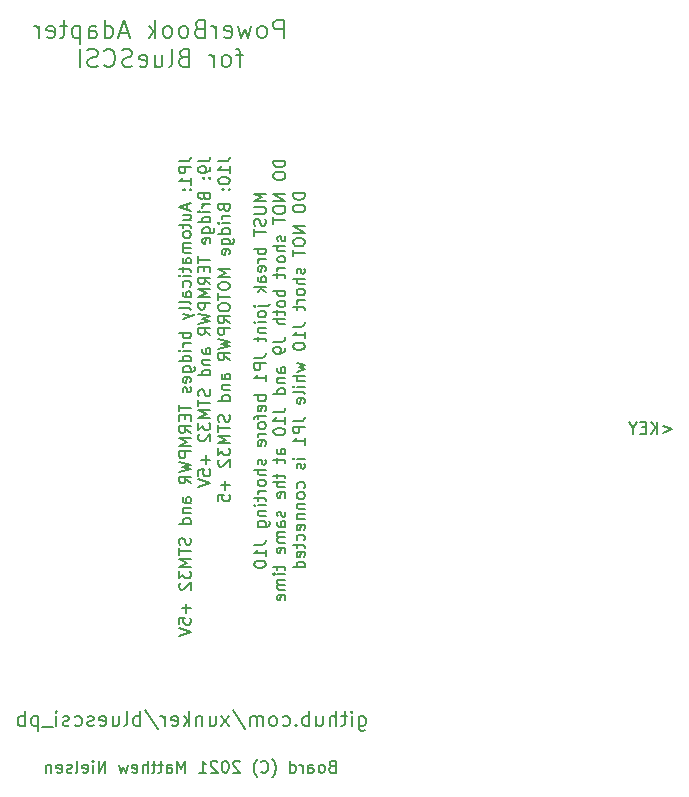
<source format=gbr>
%TF.GenerationSoftware,KiCad,Pcbnew,(5.1.8-0-10_14)*%
%TF.CreationDate,2021-04-04T23:03:52-06:00*%
%TF.ProjectId,bluescsi_powerbook,626c7565-7363-4736-995f-706f77657262,rev?*%
%TF.SameCoordinates,Original*%
%TF.FileFunction,Legend,Bot*%
%TF.FilePolarity,Positive*%
%FSLAX46Y46*%
G04 Gerber Fmt 4.6, Leading zero omitted, Abs format (unit mm)*
G04 Created by KiCad (PCBNEW (5.1.8-0-10_14)) date 2021-04-04 23:03:52*
%MOMM*%
%LPD*%
G01*
G04 APERTURE LIST*
%ADD10C,0.150000*%
%ADD11C,0.200000*%
G04 APERTURE END LIST*
D10*
X118706380Y-83298309D02*
X119420666Y-83298309D01*
X119563523Y-83250690D01*
X119658761Y-83155452D01*
X119706380Y-83012595D01*
X119706380Y-82917357D01*
X119706380Y-83774500D02*
X118706380Y-83774500D01*
X118706380Y-84155452D01*
X118754000Y-84250690D01*
X118801619Y-84298309D01*
X118896857Y-84345928D01*
X119039714Y-84345928D01*
X119134952Y-84298309D01*
X119182571Y-84250690D01*
X119230190Y-84155452D01*
X119230190Y-83774500D01*
X119706380Y-85298309D02*
X119706380Y-84726880D01*
X119706380Y-85012595D02*
X118706380Y-85012595D01*
X118849238Y-84917357D01*
X118944476Y-84822119D01*
X118992095Y-84726880D01*
X119611142Y-85726880D02*
X119658761Y-85774500D01*
X119706380Y-85726880D01*
X119658761Y-85679261D01*
X119611142Y-85726880D01*
X119706380Y-85726880D01*
X119087333Y-85726880D02*
X119134952Y-85774500D01*
X119182571Y-85726880D01*
X119134952Y-85679261D01*
X119087333Y-85726880D01*
X119182571Y-85726880D01*
X119420666Y-86917357D02*
X119420666Y-87393547D01*
X119706380Y-86822119D02*
X118706380Y-87155452D01*
X119706380Y-87488785D01*
X119039714Y-88250690D02*
X119706380Y-88250690D01*
X119039714Y-87822119D02*
X119563523Y-87822119D01*
X119658761Y-87869738D01*
X119706380Y-87964976D01*
X119706380Y-88107833D01*
X119658761Y-88203071D01*
X119611142Y-88250690D01*
X119039714Y-88584023D02*
X119039714Y-88964976D01*
X118706380Y-88726880D02*
X119563523Y-88726880D01*
X119658761Y-88774500D01*
X119706380Y-88869738D01*
X119706380Y-88964976D01*
X119706380Y-89441166D02*
X119658761Y-89345928D01*
X119611142Y-89298309D01*
X119515904Y-89250690D01*
X119230190Y-89250690D01*
X119134952Y-89298309D01*
X119087333Y-89345928D01*
X119039714Y-89441166D01*
X119039714Y-89584023D01*
X119087333Y-89679261D01*
X119134952Y-89726880D01*
X119230190Y-89774500D01*
X119515904Y-89774500D01*
X119611142Y-89726880D01*
X119658761Y-89679261D01*
X119706380Y-89584023D01*
X119706380Y-89441166D01*
X119706380Y-90203071D02*
X119039714Y-90203071D01*
X119134952Y-90203071D02*
X119087333Y-90250690D01*
X119039714Y-90345928D01*
X119039714Y-90488785D01*
X119087333Y-90584023D01*
X119182571Y-90631642D01*
X119706380Y-90631642D01*
X119182571Y-90631642D02*
X119087333Y-90679261D01*
X119039714Y-90774500D01*
X119039714Y-90917357D01*
X119087333Y-91012595D01*
X119182571Y-91060214D01*
X119706380Y-91060214D01*
X119706380Y-91964976D02*
X119182571Y-91964976D01*
X119087333Y-91917357D01*
X119039714Y-91822119D01*
X119039714Y-91631642D01*
X119087333Y-91536404D01*
X119658761Y-91964976D02*
X119706380Y-91869738D01*
X119706380Y-91631642D01*
X119658761Y-91536404D01*
X119563523Y-91488785D01*
X119468285Y-91488785D01*
X119373047Y-91536404D01*
X119325428Y-91631642D01*
X119325428Y-91869738D01*
X119277809Y-91964976D01*
X119039714Y-92298309D02*
X119039714Y-92679261D01*
X118706380Y-92441166D02*
X119563523Y-92441166D01*
X119658761Y-92488785D01*
X119706380Y-92584023D01*
X119706380Y-92679261D01*
X119706380Y-93012595D02*
X119039714Y-93012595D01*
X118706380Y-93012595D02*
X118754000Y-92964976D01*
X118801619Y-93012595D01*
X118754000Y-93060214D01*
X118706380Y-93012595D01*
X118801619Y-93012595D01*
X119658761Y-93917357D02*
X119706380Y-93822119D01*
X119706380Y-93631642D01*
X119658761Y-93536404D01*
X119611142Y-93488785D01*
X119515904Y-93441166D01*
X119230190Y-93441166D01*
X119134952Y-93488785D01*
X119087333Y-93536404D01*
X119039714Y-93631642D01*
X119039714Y-93822119D01*
X119087333Y-93917357D01*
X119706380Y-94774500D02*
X119182571Y-94774500D01*
X119087333Y-94726880D01*
X119039714Y-94631642D01*
X119039714Y-94441166D01*
X119087333Y-94345928D01*
X119658761Y-94774500D02*
X119706380Y-94679261D01*
X119706380Y-94441166D01*
X119658761Y-94345928D01*
X119563523Y-94298309D01*
X119468285Y-94298309D01*
X119373047Y-94345928D01*
X119325428Y-94441166D01*
X119325428Y-94679261D01*
X119277809Y-94774500D01*
X119706380Y-95393547D02*
X119658761Y-95298309D01*
X119563523Y-95250690D01*
X118706380Y-95250690D01*
X119706380Y-95917357D02*
X119658761Y-95822119D01*
X119563523Y-95774500D01*
X118706380Y-95774500D01*
X119039714Y-96203071D02*
X119706380Y-96441166D01*
X119039714Y-96679261D02*
X119706380Y-96441166D01*
X119944476Y-96345928D01*
X119992095Y-96298309D01*
X120039714Y-96203071D01*
X119706380Y-97822119D02*
X118706380Y-97822119D01*
X119087333Y-97822119D02*
X119039714Y-97917357D01*
X119039714Y-98107833D01*
X119087333Y-98203071D01*
X119134952Y-98250690D01*
X119230190Y-98298309D01*
X119515904Y-98298309D01*
X119611142Y-98250690D01*
X119658761Y-98203071D01*
X119706380Y-98107833D01*
X119706380Y-97917357D01*
X119658761Y-97822119D01*
X119706380Y-98726880D02*
X119039714Y-98726880D01*
X119230190Y-98726880D02*
X119134952Y-98774499D01*
X119087333Y-98822119D01*
X119039714Y-98917357D01*
X119039714Y-99012595D01*
X119706380Y-99345928D02*
X119039714Y-99345928D01*
X118706380Y-99345928D02*
X118754000Y-99298309D01*
X118801619Y-99345928D01*
X118754000Y-99393547D01*
X118706380Y-99345928D01*
X118801619Y-99345928D01*
X119706380Y-100250690D02*
X118706380Y-100250690D01*
X119658761Y-100250690D02*
X119706380Y-100155452D01*
X119706380Y-99964976D01*
X119658761Y-99869738D01*
X119611142Y-99822119D01*
X119515904Y-99774499D01*
X119230190Y-99774499D01*
X119134952Y-99822119D01*
X119087333Y-99869738D01*
X119039714Y-99964976D01*
X119039714Y-100155452D01*
X119087333Y-100250690D01*
X119039714Y-101155452D02*
X119849238Y-101155452D01*
X119944476Y-101107833D01*
X119992095Y-101060214D01*
X120039714Y-100964976D01*
X120039714Y-100822119D01*
X119992095Y-100726880D01*
X119658761Y-101155452D02*
X119706380Y-101060214D01*
X119706380Y-100869738D01*
X119658761Y-100774499D01*
X119611142Y-100726880D01*
X119515904Y-100679261D01*
X119230190Y-100679261D01*
X119134952Y-100726880D01*
X119087333Y-100774499D01*
X119039714Y-100869738D01*
X119039714Y-101060214D01*
X119087333Y-101155452D01*
X119658761Y-102012595D02*
X119706380Y-101917357D01*
X119706380Y-101726880D01*
X119658761Y-101631642D01*
X119563523Y-101584023D01*
X119182571Y-101584023D01*
X119087333Y-101631642D01*
X119039714Y-101726880D01*
X119039714Y-101917357D01*
X119087333Y-102012595D01*
X119182571Y-102060214D01*
X119277809Y-102060214D01*
X119373047Y-101584023D01*
X119658761Y-102441166D02*
X119706380Y-102536404D01*
X119706380Y-102726880D01*
X119658761Y-102822119D01*
X119563523Y-102869738D01*
X119515904Y-102869738D01*
X119420666Y-102822119D01*
X119373047Y-102726880D01*
X119373047Y-102584023D01*
X119325428Y-102488785D01*
X119230190Y-102441166D01*
X119182571Y-102441166D01*
X119087333Y-102488785D01*
X119039714Y-102584023D01*
X119039714Y-102726880D01*
X119087333Y-102822119D01*
X118706380Y-103917357D02*
X118706380Y-104488785D01*
X119706380Y-104203071D02*
X118706380Y-104203071D01*
X119182571Y-104822119D02*
X119182571Y-105155452D01*
X119706380Y-105298309D02*
X119706380Y-104822119D01*
X118706380Y-104822119D01*
X118706380Y-105298309D01*
X119706380Y-106298309D02*
X119230190Y-105964976D01*
X119706380Y-105726880D02*
X118706380Y-105726880D01*
X118706380Y-106107833D01*
X118754000Y-106203071D01*
X118801619Y-106250690D01*
X118896857Y-106298309D01*
X119039714Y-106298309D01*
X119134952Y-106250690D01*
X119182571Y-106203071D01*
X119230190Y-106107833D01*
X119230190Y-105726880D01*
X119706380Y-106726880D02*
X118706380Y-106726880D01*
X119420666Y-107060214D01*
X118706380Y-107393547D01*
X119706380Y-107393547D01*
X119706380Y-107869738D02*
X118706380Y-107869738D01*
X118706380Y-108250690D01*
X118754000Y-108345928D01*
X118801619Y-108393547D01*
X118896857Y-108441166D01*
X119039714Y-108441166D01*
X119134952Y-108393547D01*
X119182571Y-108345928D01*
X119230190Y-108250690D01*
X119230190Y-107869738D01*
X118706380Y-108774499D02*
X119706380Y-109012595D01*
X118992095Y-109203071D01*
X119706380Y-109393547D01*
X118706380Y-109631642D01*
X119706380Y-110584023D02*
X119230190Y-110250690D01*
X119706380Y-110012595D02*
X118706380Y-110012595D01*
X118706380Y-110393547D01*
X118754000Y-110488785D01*
X118801619Y-110536404D01*
X118896857Y-110584023D01*
X119039714Y-110584023D01*
X119134952Y-110536404D01*
X119182571Y-110488785D01*
X119230190Y-110393547D01*
X119230190Y-110012595D01*
X119706380Y-112203071D02*
X119182571Y-112203071D01*
X119087333Y-112155452D01*
X119039714Y-112060214D01*
X119039714Y-111869738D01*
X119087333Y-111774499D01*
X119658761Y-112203071D02*
X119706380Y-112107833D01*
X119706380Y-111869738D01*
X119658761Y-111774499D01*
X119563523Y-111726880D01*
X119468285Y-111726880D01*
X119373047Y-111774499D01*
X119325428Y-111869738D01*
X119325428Y-112107833D01*
X119277809Y-112203071D01*
X119039714Y-112679261D02*
X119706380Y-112679261D01*
X119134952Y-112679261D02*
X119087333Y-112726880D01*
X119039714Y-112822119D01*
X119039714Y-112964976D01*
X119087333Y-113060214D01*
X119182571Y-113107833D01*
X119706380Y-113107833D01*
X119706380Y-114012595D02*
X118706380Y-114012595D01*
X119658761Y-114012595D02*
X119706380Y-113917357D01*
X119706380Y-113726880D01*
X119658761Y-113631642D01*
X119611142Y-113584023D01*
X119515904Y-113536404D01*
X119230190Y-113536404D01*
X119134952Y-113584023D01*
X119087333Y-113631642D01*
X119039714Y-113726880D01*
X119039714Y-113917357D01*
X119087333Y-114012595D01*
X119658761Y-115203071D02*
X119706380Y-115345928D01*
X119706380Y-115584023D01*
X119658761Y-115679261D01*
X119611142Y-115726880D01*
X119515904Y-115774499D01*
X119420666Y-115774499D01*
X119325428Y-115726880D01*
X119277809Y-115679261D01*
X119230190Y-115584023D01*
X119182571Y-115393547D01*
X119134952Y-115298309D01*
X119087333Y-115250690D01*
X118992095Y-115203071D01*
X118896857Y-115203071D01*
X118801619Y-115250690D01*
X118754000Y-115298309D01*
X118706380Y-115393547D01*
X118706380Y-115631642D01*
X118754000Y-115774499D01*
X118706380Y-116060214D02*
X118706380Y-116631642D01*
X119706380Y-116345928D02*
X118706380Y-116345928D01*
X119706380Y-116964976D02*
X118706380Y-116964976D01*
X119420666Y-117298309D01*
X118706380Y-117631642D01*
X119706380Y-117631642D01*
X118706380Y-118012595D02*
X118706380Y-118631642D01*
X119087333Y-118298309D01*
X119087333Y-118441166D01*
X119134952Y-118536404D01*
X119182571Y-118584023D01*
X119277809Y-118631642D01*
X119515904Y-118631642D01*
X119611142Y-118584023D01*
X119658761Y-118536404D01*
X119706380Y-118441166D01*
X119706380Y-118155452D01*
X119658761Y-118060214D01*
X119611142Y-118012595D01*
X118801619Y-119012595D02*
X118754000Y-119060214D01*
X118706380Y-119155452D01*
X118706380Y-119393547D01*
X118754000Y-119488785D01*
X118801619Y-119536404D01*
X118896857Y-119584023D01*
X118992095Y-119584023D01*
X119134952Y-119536404D01*
X119706380Y-118964976D01*
X119706380Y-119584023D01*
X119325428Y-120774499D02*
X119325428Y-121536404D01*
X119706380Y-121155452D02*
X118944476Y-121155452D01*
X118706380Y-122488785D02*
X118706380Y-122012595D01*
X119182571Y-121964976D01*
X119134952Y-122012595D01*
X119087333Y-122107833D01*
X119087333Y-122345928D01*
X119134952Y-122441166D01*
X119182571Y-122488785D01*
X119277809Y-122536404D01*
X119515904Y-122536404D01*
X119611142Y-122488785D01*
X119658761Y-122441166D01*
X119706380Y-122345928D01*
X119706380Y-122107833D01*
X119658761Y-122012595D01*
X119611142Y-121964976D01*
X118706380Y-122822119D02*
X119706380Y-123155452D01*
X118706380Y-123488785D01*
X120356380Y-83298309D02*
X121070666Y-83298309D01*
X121213523Y-83250690D01*
X121308761Y-83155452D01*
X121356380Y-83012595D01*
X121356380Y-82917357D01*
X121356380Y-83822119D02*
X121356380Y-84012595D01*
X121308761Y-84107833D01*
X121261142Y-84155452D01*
X121118285Y-84250690D01*
X120927809Y-84298309D01*
X120546857Y-84298309D01*
X120451619Y-84250690D01*
X120404000Y-84203071D01*
X120356380Y-84107833D01*
X120356380Y-83917357D01*
X120404000Y-83822119D01*
X120451619Y-83774500D01*
X120546857Y-83726880D01*
X120784952Y-83726880D01*
X120880190Y-83774500D01*
X120927809Y-83822119D01*
X120975428Y-83917357D01*
X120975428Y-84107833D01*
X120927809Y-84203071D01*
X120880190Y-84250690D01*
X120784952Y-84298309D01*
X121261142Y-84726880D02*
X121308761Y-84774500D01*
X121356380Y-84726880D01*
X121308761Y-84679261D01*
X121261142Y-84726880D01*
X121356380Y-84726880D01*
X120737333Y-84726880D02*
X120784952Y-84774500D01*
X120832571Y-84726880D01*
X120784952Y-84679261D01*
X120737333Y-84726880D01*
X120832571Y-84726880D01*
X120832571Y-86298309D02*
X120880190Y-86441166D01*
X120927809Y-86488785D01*
X121023047Y-86536404D01*
X121165904Y-86536404D01*
X121261142Y-86488785D01*
X121308761Y-86441166D01*
X121356380Y-86345928D01*
X121356380Y-85964976D01*
X120356380Y-85964976D01*
X120356380Y-86298309D01*
X120404000Y-86393547D01*
X120451619Y-86441166D01*
X120546857Y-86488785D01*
X120642095Y-86488785D01*
X120737333Y-86441166D01*
X120784952Y-86393547D01*
X120832571Y-86298309D01*
X120832571Y-85964976D01*
X121356380Y-86964976D02*
X120689714Y-86964976D01*
X120880190Y-86964976D02*
X120784952Y-87012595D01*
X120737333Y-87060214D01*
X120689714Y-87155452D01*
X120689714Y-87250690D01*
X121356380Y-87584023D02*
X120689714Y-87584023D01*
X120356380Y-87584023D02*
X120404000Y-87536404D01*
X120451619Y-87584023D01*
X120404000Y-87631642D01*
X120356380Y-87584023D01*
X120451619Y-87584023D01*
X121356380Y-88488785D02*
X120356380Y-88488785D01*
X121308761Y-88488785D02*
X121356380Y-88393547D01*
X121356380Y-88203071D01*
X121308761Y-88107833D01*
X121261142Y-88060214D01*
X121165904Y-88012595D01*
X120880190Y-88012595D01*
X120784952Y-88060214D01*
X120737333Y-88107833D01*
X120689714Y-88203071D01*
X120689714Y-88393547D01*
X120737333Y-88488785D01*
X120689714Y-89393547D02*
X121499238Y-89393547D01*
X121594476Y-89345928D01*
X121642095Y-89298309D01*
X121689714Y-89203071D01*
X121689714Y-89060214D01*
X121642095Y-88964976D01*
X121308761Y-89393547D02*
X121356380Y-89298309D01*
X121356380Y-89107833D01*
X121308761Y-89012595D01*
X121261142Y-88964976D01*
X121165904Y-88917357D01*
X120880190Y-88917357D01*
X120784952Y-88964976D01*
X120737333Y-89012595D01*
X120689714Y-89107833D01*
X120689714Y-89298309D01*
X120737333Y-89393547D01*
X121308761Y-90250690D02*
X121356380Y-90155452D01*
X121356380Y-89964976D01*
X121308761Y-89869738D01*
X121213523Y-89822119D01*
X120832571Y-89822119D01*
X120737333Y-89869738D01*
X120689714Y-89964976D01*
X120689714Y-90155452D01*
X120737333Y-90250690D01*
X120832571Y-90298309D01*
X120927809Y-90298309D01*
X121023047Y-89822119D01*
X120356380Y-91345928D02*
X120356380Y-91917357D01*
X121356380Y-91631642D02*
X120356380Y-91631642D01*
X120832571Y-92250690D02*
X120832571Y-92584023D01*
X121356380Y-92726880D02*
X121356380Y-92250690D01*
X120356380Y-92250690D01*
X120356380Y-92726880D01*
X121356380Y-93726880D02*
X120880190Y-93393547D01*
X121356380Y-93155452D02*
X120356380Y-93155452D01*
X120356380Y-93536404D01*
X120404000Y-93631642D01*
X120451619Y-93679261D01*
X120546857Y-93726880D01*
X120689714Y-93726880D01*
X120784952Y-93679261D01*
X120832571Y-93631642D01*
X120880190Y-93536404D01*
X120880190Y-93155452D01*
X121356380Y-94155452D02*
X120356380Y-94155452D01*
X121070666Y-94488785D01*
X120356380Y-94822119D01*
X121356380Y-94822119D01*
X121356380Y-95298309D02*
X120356380Y-95298309D01*
X120356380Y-95679261D01*
X120404000Y-95774499D01*
X120451619Y-95822119D01*
X120546857Y-95869738D01*
X120689714Y-95869738D01*
X120784952Y-95822119D01*
X120832571Y-95774499D01*
X120880190Y-95679261D01*
X120880190Y-95298309D01*
X120356380Y-96203071D02*
X121356380Y-96441166D01*
X120642095Y-96631642D01*
X121356380Y-96822119D01*
X120356380Y-97060214D01*
X121356380Y-98012595D02*
X120880190Y-97679261D01*
X121356380Y-97441166D02*
X120356380Y-97441166D01*
X120356380Y-97822119D01*
X120404000Y-97917357D01*
X120451619Y-97964976D01*
X120546857Y-98012595D01*
X120689714Y-98012595D01*
X120784952Y-97964976D01*
X120832571Y-97917357D01*
X120880190Y-97822119D01*
X120880190Y-97441166D01*
X121356380Y-99631642D02*
X120832571Y-99631642D01*
X120737333Y-99584023D01*
X120689714Y-99488785D01*
X120689714Y-99298309D01*
X120737333Y-99203071D01*
X121308761Y-99631642D02*
X121356380Y-99536404D01*
X121356380Y-99298309D01*
X121308761Y-99203071D01*
X121213523Y-99155452D01*
X121118285Y-99155452D01*
X121023047Y-99203071D01*
X120975428Y-99298309D01*
X120975428Y-99536404D01*
X120927809Y-99631642D01*
X120689714Y-100107833D02*
X121356380Y-100107833D01*
X120784952Y-100107833D02*
X120737333Y-100155452D01*
X120689714Y-100250690D01*
X120689714Y-100393547D01*
X120737333Y-100488785D01*
X120832571Y-100536404D01*
X121356380Y-100536404D01*
X121356380Y-101441166D02*
X120356380Y-101441166D01*
X121308761Y-101441166D02*
X121356380Y-101345928D01*
X121356380Y-101155452D01*
X121308761Y-101060214D01*
X121261142Y-101012595D01*
X121165904Y-100964976D01*
X120880190Y-100964976D01*
X120784952Y-101012595D01*
X120737333Y-101060214D01*
X120689714Y-101155452D01*
X120689714Y-101345928D01*
X120737333Y-101441166D01*
X121308761Y-102631642D02*
X121356380Y-102774499D01*
X121356380Y-103012595D01*
X121308761Y-103107833D01*
X121261142Y-103155452D01*
X121165904Y-103203071D01*
X121070666Y-103203071D01*
X120975428Y-103155452D01*
X120927809Y-103107833D01*
X120880190Y-103012595D01*
X120832571Y-102822119D01*
X120784952Y-102726880D01*
X120737333Y-102679261D01*
X120642095Y-102631642D01*
X120546857Y-102631642D01*
X120451619Y-102679261D01*
X120404000Y-102726880D01*
X120356380Y-102822119D01*
X120356380Y-103060214D01*
X120404000Y-103203071D01*
X120356380Y-103488785D02*
X120356380Y-104060214D01*
X121356380Y-103774499D02*
X120356380Y-103774499D01*
X121356380Y-104393547D02*
X120356380Y-104393547D01*
X121070666Y-104726880D01*
X120356380Y-105060214D01*
X121356380Y-105060214D01*
X120356380Y-105441166D02*
X120356380Y-106060214D01*
X120737333Y-105726880D01*
X120737333Y-105869738D01*
X120784952Y-105964976D01*
X120832571Y-106012595D01*
X120927809Y-106060214D01*
X121165904Y-106060214D01*
X121261142Y-106012595D01*
X121308761Y-105964976D01*
X121356380Y-105869738D01*
X121356380Y-105584023D01*
X121308761Y-105488785D01*
X121261142Y-105441166D01*
X120451619Y-106441166D02*
X120404000Y-106488785D01*
X120356380Y-106584023D01*
X120356380Y-106822119D01*
X120404000Y-106917357D01*
X120451619Y-106964976D01*
X120546857Y-107012595D01*
X120642095Y-107012595D01*
X120784952Y-106964976D01*
X121356380Y-106393547D01*
X121356380Y-107012595D01*
X120975428Y-108203071D02*
X120975428Y-108964976D01*
X121356380Y-108584023D02*
X120594476Y-108584023D01*
X120356380Y-109917357D02*
X120356380Y-109441166D01*
X120832571Y-109393547D01*
X120784952Y-109441166D01*
X120737333Y-109536404D01*
X120737333Y-109774499D01*
X120784952Y-109869738D01*
X120832571Y-109917357D01*
X120927809Y-109964976D01*
X121165904Y-109964976D01*
X121261142Y-109917357D01*
X121308761Y-109869738D01*
X121356380Y-109774499D01*
X121356380Y-109536404D01*
X121308761Y-109441166D01*
X121261142Y-109393547D01*
X120356380Y-110250690D02*
X121356380Y-110584023D01*
X120356380Y-110917357D01*
X122006380Y-83298309D02*
X122720666Y-83298309D01*
X122863523Y-83250690D01*
X122958761Y-83155452D01*
X123006380Y-83012595D01*
X123006380Y-82917357D01*
X123006380Y-84298309D02*
X123006380Y-83726880D01*
X123006380Y-84012595D02*
X122006380Y-84012595D01*
X122149238Y-83917357D01*
X122244476Y-83822119D01*
X122292095Y-83726880D01*
X122006380Y-84917357D02*
X122006380Y-85012595D01*
X122054000Y-85107833D01*
X122101619Y-85155452D01*
X122196857Y-85203071D01*
X122387333Y-85250690D01*
X122625428Y-85250690D01*
X122815904Y-85203071D01*
X122911142Y-85155452D01*
X122958761Y-85107833D01*
X123006380Y-85012595D01*
X123006380Y-84917357D01*
X122958761Y-84822119D01*
X122911142Y-84774500D01*
X122815904Y-84726880D01*
X122625428Y-84679261D01*
X122387333Y-84679261D01*
X122196857Y-84726880D01*
X122101619Y-84774500D01*
X122054000Y-84822119D01*
X122006380Y-84917357D01*
X122911142Y-85679261D02*
X122958761Y-85726880D01*
X123006380Y-85679261D01*
X122958761Y-85631642D01*
X122911142Y-85679261D01*
X123006380Y-85679261D01*
X122387333Y-85679261D02*
X122434952Y-85726880D01*
X122482571Y-85679261D01*
X122434952Y-85631642D01*
X122387333Y-85679261D01*
X122482571Y-85679261D01*
X122482571Y-87250690D02*
X122530190Y-87393547D01*
X122577809Y-87441166D01*
X122673047Y-87488785D01*
X122815904Y-87488785D01*
X122911142Y-87441166D01*
X122958761Y-87393547D01*
X123006380Y-87298309D01*
X123006380Y-86917357D01*
X122006380Y-86917357D01*
X122006380Y-87250690D01*
X122054000Y-87345928D01*
X122101619Y-87393547D01*
X122196857Y-87441166D01*
X122292095Y-87441166D01*
X122387333Y-87393547D01*
X122434952Y-87345928D01*
X122482571Y-87250690D01*
X122482571Y-86917357D01*
X123006380Y-87917357D02*
X122339714Y-87917357D01*
X122530190Y-87917357D02*
X122434952Y-87964976D01*
X122387333Y-88012595D01*
X122339714Y-88107833D01*
X122339714Y-88203071D01*
X123006380Y-88536404D02*
X122339714Y-88536404D01*
X122006380Y-88536404D02*
X122054000Y-88488785D01*
X122101619Y-88536404D01*
X122054000Y-88584023D01*
X122006380Y-88536404D01*
X122101619Y-88536404D01*
X123006380Y-89441166D02*
X122006380Y-89441166D01*
X122958761Y-89441166D02*
X123006380Y-89345928D01*
X123006380Y-89155452D01*
X122958761Y-89060214D01*
X122911142Y-89012595D01*
X122815904Y-88964976D01*
X122530190Y-88964976D01*
X122434952Y-89012595D01*
X122387333Y-89060214D01*
X122339714Y-89155452D01*
X122339714Y-89345928D01*
X122387333Y-89441166D01*
X122339714Y-90345928D02*
X123149238Y-90345928D01*
X123244476Y-90298309D01*
X123292095Y-90250690D01*
X123339714Y-90155452D01*
X123339714Y-90012595D01*
X123292095Y-89917357D01*
X122958761Y-90345928D02*
X123006380Y-90250690D01*
X123006380Y-90060214D01*
X122958761Y-89964976D01*
X122911142Y-89917357D01*
X122815904Y-89869738D01*
X122530190Y-89869738D01*
X122434952Y-89917357D01*
X122387333Y-89964976D01*
X122339714Y-90060214D01*
X122339714Y-90250690D01*
X122387333Y-90345928D01*
X122958761Y-91203071D02*
X123006380Y-91107833D01*
X123006380Y-90917357D01*
X122958761Y-90822119D01*
X122863523Y-90774499D01*
X122482571Y-90774499D01*
X122387333Y-90822119D01*
X122339714Y-90917357D01*
X122339714Y-91107833D01*
X122387333Y-91203071D01*
X122482571Y-91250690D01*
X122577809Y-91250690D01*
X122673047Y-90774499D01*
X123006380Y-92441166D02*
X122006380Y-92441166D01*
X122720666Y-92774499D01*
X122006380Y-93107833D01*
X123006380Y-93107833D01*
X122006380Y-93774499D02*
X122006380Y-93964976D01*
X122054000Y-94060214D01*
X122149238Y-94155452D01*
X122339714Y-94203071D01*
X122673047Y-94203071D01*
X122863523Y-94155452D01*
X122958761Y-94060214D01*
X123006380Y-93964976D01*
X123006380Y-93774499D01*
X122958761Y-93679261D01*
X122863523Y-93584023D01*
X122673047Y-93536404D01*
X122339714Y-93536404D01*
X122149238Y-93584023D01*
X122054000Y-93679261D01*
X122006380Y-93774499D01*
X122006380Y-94488785D02*
X122006380Y-95060214D01*
X123006380Y-94774499D02*
X122006380Y-94774499D01*
X122006380Y-95584023D02*
X122006380Y-95774499D01*
X122054000Y-95869738D01*
X122149238Y-95964976D01*
X122339714Y-96012595D01*
X122673047Y-96012595D01*
X122863523Y-95964976D01*
X122958761Y-95869738D01*
X123006380Y-95774499D01*
X123006380Y-95584023D01*
X122958761Y-95488785D01*
X122863523Y-95393547D01*
X122673047Y-95345928D01*
X122339714Y-95345928D01*
X122149238Y-95393547D01*
X122054000Y-95488785D01*
X122006380Y-95584023D01*
X123006380Y-97012595D02*
X122530190Y-96679261D01*
X123006380Y-96441166D02*
X122006380Y-96441166D01*
X122006380Y-96822119D01*
X122054000Y-96917357D01*
X122101619Y-96964976D01*
X122196857Y-97012595D01*
X122339714Y-97012595D01*
X122434952Y-96964976D01*
X122482571Y-96917357D01*
X122530190Y-96822119D01*
X122530190Y-96441166D01*
X123006380Y-97441166D02*
X122006380Y-97441166D01*
X122006380Y-97822119D01*
X122054000Y-97917357D01*
X122101619Y-97964976D01*
X122196857Y-98012595D01*
X122339714Y-98012595D01*
X122434952Y-97964976D01*
X122482571Y-97917357D01*
X122530190Y-97822119D01*
X122530190Y-97441166D01*
X122006380Y-98345928D02*
X123006380Y-98584023D01*
X122292095Y-98774499D01*
X123006380Y-98964976D01*
X122006380Y-99203071D01*
X123006380Y-100155452D02*
X122530190Y-99822119D01*
X123006380Y-99584023D02*
X122006380Y-99584023D01*
X122006380Y-99964976D01*
X122054000Y-100060214D01*
X122101619Y-100107833D01*
X122196857Y-100155452D01*
X122339714Y-100155452D01*
X122434952Y-100107833D01*
X122482571Y-100060214D01*
X122530190Y-99964976D01*
X122530190Y-99584023D01*
X123006380Y-101774499D02*
X122482571Y-101774499D01*
X122387333Y-101726880D01*
X122339714Y-101631642D01*
X122339714Y-101441166D01*
X122387333Y-101345928D01*
X122958761Y-101774499D02*
X123006380Y-101679261D01*
X123006380Y-101441166D01*
X122958761Y-101345928D01*
X122863523Y-101298309D01*
X122768285Y-101298309D01*
X122673047Y-101345928D01*
X122625428Y-101441166D01*
X122625428Y-101679261D01*
X122577809Y-101774499D01*
X122339714Y-102250690D02*
X123006380Y-102250690D01*
X122434952Y-102250690D02*
X122387333Y-102298309D01*
X122339714Y-102393547D01*
X122339714Y-102536404D01*
X122387333Y-102631642D01*
X122482571Y-102679261D01*
X123006380Y-102679261D01*
X123006380Y-103584023D02*
X122006380Y-103584023D01*
X122958761Y-103584023D02*
X123006380Y-103488785D01*
X123006380Y-103298309D01*
X122958761Y-103203071D01*
X122911142Y-103155452D01*
X122815904Y-103107833D01*
X122530190Y-103107833D01*
X122434952Y-103155452D01*
X122387333Y-103203071D01*
X122339714Y-103298309D01*
X122339714Y-103488785D01*
X122387333Y-103584023D01*
X122958761Y-104774499D02*
X123006380Y-104917357D01*
X123006380Y-105155452D01*
X122958761Y-105250690D01*
X122911142Y-105298309D01*
X122815904Y-105345928D01*
X122720666Y-105345928D01*
X122625428Y-105298309D01*
X122577809Y-105250690D01*
X122530190Y-105155452D01*
X122482571Y-104964976D01*
X122434952Y-104869738D01*
X122387333Y-104822119D01*
X122292095Y-104774499D01*
X122196857Y-104774499D01*
X122101619Y-104822119D01*
X122054000Y-104869738D01*
X122006380Y-104964976D01*
X122006380Y-105203071D01*
X122054000Y-105345928D01*
X122006380Y-105631642D02*
X122006380Y-106203071D01*
X123006380Y-105917357D02*
X122006380Y-105917357D01*
X123006380Y-106536404D02*
X122006380Y-106536404D01*
X122720666Y-106869738D01*
X122006380Y-107203071D01*
X123006380Y-107203071D01*
X122006380Y-107584023D02*
X122006380Y-108203071D01*
X122387333Y-107869738D01*
X122387333Y-108012595D01*
X122434952Y-108107833D01*
X122482571Y-108155452D01*
X122577809Y-108203071D01*
X122815904Y-108203071D01*
X122911142Y-108155452D01*
X122958761Y-108107833D01*
X123006380Y-108012595D01*
X123006380Y-107726880D01*
X122958761Y-107631642D01*
X122911142Y-107584023D01*
X122101619Y-108584023D02*
X122054000Y-108631642D01*
X122006380Y-108726880D01*
X122006380Y-108964976D01*
X122054000Y-109060214D01*
X122101619Y-109107833D01*
X122196857Y-109155452D01*
X122292095Y-109155452D01*
X122434952Y-109107833D01*
X123006380Y-108536404D01*
X123006380Y-109155452D01*
X122625428Y-110345928D02*
X122625428Y-111107833D01*
X123006380Y-110726880D02*
X122244476Y-110726880D01*
X122006380Y-112060214D02*
X122006380Y-111584023D01*
X122482571Y-111536404D01*
X122434952Y-111584023D01*
X122387333Y-111679261D01*
X122387333Y-111917357D01*
X122434952Y-112012595D01*
X122482571Y-112060214D01*
X122577809Y-112107833D01*
X122815904Y-112107833D01*
X122911142Y-112060214D01*
X122958761Y-112012595D01*
X123006380Y-111917357D01*
X123006380Y-111679261D01*
X122958761Y-111584023D01*
X122911142Y-111536404D01*
X126056380Y-86044476D02*
X125056380Y-86044476D01*
X125770666Y-86377809D01*
X125056380Y-86711142D01*
X126056380Y-86711142D01*
X125056380Y-87187333D02*
X125865904Y-87187333D01*
X125961142Y-87234952D01*
X126008761Y-87282571D01*
X126056380Y-87377809D01*
X126056380Y-87568285D01*
X126008761Y-87663523D01*
X125961142Y-87711142D01*
X125865904Y-87758761D01*
X125056380Y-87758761D01*
X126008761Y-88187333D02*
X126056380Y-88330190D01*
X126056380Y-88568285D01*
X126008761Y-88663523D01*
X125961142Y-88711142D01*
X125865904Y-88758761D01*
X125770666Y-88758761D01*
X125675428Y-88711142D01*
X125627809Y-88663523D01*
X125580190Y-88568285D01*
X125532571Y-88377809D01*
X125484952Y-88282571D01*
X125437333Y-88234952D01*
X125342095Y-88187333D01*
X125246857Y-88187333D01*
X125151619Y-88234952D01*
X125104000Y-88282571D01*
X125056380Y-88377809D01*
X125056380Y-88615904D01*
X125104000Y-88758761D01*
X125056380Y-89044476D02*
X125056380Y-89615904D01*
X126056380Y-89330190D02*
X125056380Y-89330190D01*
X126056380Y-90711142D02*
X125056380Y-90711142D01*
X125437333Y-90711142D02*
X125389714Y-90806380D01*
X125389714Y-90996857D01*
X125437333Y-91092095D01*
X125484952Y-91139714D01*
X125580190Y-91187333D01*
X125865904Y-91187333D01*
X125961142Y-91139714D01*
X126008761Y-91092095D01*
X126056380Y-90996857D01*
X126056380Y-90806380D01*
X126008761Y-90711142D01*
X126056380Y-91615904D02*
X125389714Y-91615904D01*
X125580190Y-91615904D02*
X125484952Y-91663523D01*
X125437333Y-91711142D01*
X125389714Y-91806380D01*
X125389714Y-91901619D01*
X126008761Y-92615904D02*
X126056380Y-92520666D01*
X126056380Y-92330190D01*
X126008761Y-92234952D01*
X125913523Y-92187333D01*
X125532571Y-92187333D01*
X125437333Y-92234952D01*
X125389714Y-92330190D01*
X125389714Y-92520666D01*
X125437333Y-92615904D01*
X125532571Y-92663523D01*
X125627809Y-92663523D01*
X125723047Y-92187333D01*
X126056380Y-93520666D02*
X125532571Y-93520666D01*
X125437333Y-93473047D01*
X125389714Y-93377809D01*
X125389714Y-93187333D01*
X125437333Y-93092095D01*
X126008761Y-93520666D02*
X126056380Y-93425428D01*
X126056380Y-93187333D01*
X126008761Y-93092095D01*
X125913523Y-93044476D01*
X125818285Y-93044476D01*
X125723047Y-93092095D01*
X125675428Y-93187333D01*
X125675428Y-93425428D01*
X125627809Y-93520666D01*
X126056380Y-93996857D02*
X125056380Y-93996857D01*
X125675428Y-94092095D02*
X126056380Y-94377809D01*
X125389714Y-94377809D02*
X125770666Y-93996857D01*
X125389714Y-95568285D02*
X126246857Y-95568285D01*
X126342095Y-95520666D01*
X126389714Y-95425428D01*
X126389714Y-95377809D01*
X125056380Y-95568285D02*
X125104000Y-95520666D01*
X125151619Y-95568285D01*
X125104000Y-95615904D01*
X125056380Y-95568285D01*
X125151619Y-95568285D01*
X126056380Y-96187333D02*
X126008761Y-96092095D01*
X125961142Y-96044476D01*
X125865904Y-95996857D01*
X125580190Y-95996857D01*
X125484952Y-96044476D01*
X125437333Y-96092095D01*
X125389714Y-96187333D01*
X125389714Y-96330190D01*
X125437333Y-96425428D01*
X125484952Y-96473047D01*
X125580190Y-96520666D01*
X125865904Y-96520666D01*
X125961142Y-96473047D01*
X126008761Y-96425428D01*
X126056380Y-96330190D01*
X126056380Y-96187333D01*
X126056380Y-96949238D02*
X125389714Y-96949238D01*
X125056380Y-96949238D02*
X125104000Y-96901619D01*
X125151619Y-96949238D01*
X125104000Y-96996857D01*
X125056380Y-96949238D01*
X125151619Y-96949238D01*
X125389714Y-97425428D02*
X126056380Y-97425428D01*
X125484952Y-97425428D02*
X125437333Y-97473047D01*
X125389714Y-97568285D01*
X125389714Y-97711142D01*
X125437333Y-97806380D01*
X125532571Y-97853999D01*
X126056380Y-97853999D01*
X125389714Y-98187333D02*
X125389714Y-98568285D01*
X125056380Y-98330190D02*
X125913523Y-98330190D01*
X126008761Y-98377809D01*
X126056380Y-98473047D01*
X126056380Y-98568285D01*
X125056380Y-99949238D02*
X125770666Y-99949238D01*
X125913523Y-99901619D01*
X126008761Y-99806380D01*
X126056380Y-99663523D01*
X126056380Y-99568285D01*
X126056380Y-100425428D02*
X125056380Y-100425428D01*
X125056380Y-100806380D01*
X125104000Y-100901619D01*
X125151619Y-100949238D01*
X125246857Y-100996857D01*
X125389714Y-100996857D01*
X125484952Y-100949238D01*
X125532571Y-100901619D01*
X125580190Y-100806380D01*
X125580190Y-100425428D01*
X126056380Y-101949238D02*
X126056380Y-101377809D01*
X126056380Y-101663523D02*
X125056380Y-101663523D01*
X125199238Y-101568285D01*
X125294476Y-101473047D01*
X125342095Y-101377809D01*
X126056380Y-103139714D02*
X125056380Y-103139714D01*
X125437333Y-103139714D02*
X125389714Y-103234952D01*
X125389714Y-103425428D01*
X125437333Y-103520666D01*
X125484952Y-103568285D01*
X125580190Y-103615904D01*
X125865904Y-103615904D01*
X125961142Y-103568285D01*
X126008761Y-103520666D01*
X126056380Y-103425428D01*
X126056380Y-103234952D01*
X126008761Y-103139714D01*
X126008761Y-104425428D02*
X126056380Y-104330190D01*
X126056380Y-104139714D01*
X126008761Y-104044476D01*
X125913523Y-103996857D01*
X125532571Y-103996857D01*
X125437333Y-104044476D01*
X125389714Y-104139714D01*
X125389714Y-104330190D01*
X125437333Y-104425428D01*
X125532571Y-104473047D01*
X125627809Y-104473047D01*
X125723047Y-103996857D01*
X125389714Y-104758761D02*
X125389714Y-105139714D01*
X126056380Y-104901619D02*
X125199238Y-104901619D01*
X125104000Y-104949238D01*
X125056380Y-105044476D01*
X125056380Y-105139714D01*
X126056380Y-105615904D02*
X126008761Y-105520666D01*
X125961142Y-105473047D01*
X125865904Y-105425428D01*
X125580190Y-105425428D01*
X125484952Y-105473047D01*
X125437333Y-105520666D01*
X125389714Y-105615904D01*
X125389714Y-105758761D01*
X125437333Y-105853999D01*
X125484952Y-105901619D01*
X125580190Y-105949238D01*
X125865904Y-105949238D01*
X125961142Y-105901619D01*
X126008761Y-105853999D01*
X126056380Y-105758761D01*
X126056380Y-105615904D01*
X126056380Y-106377809D02*
X125389714Y-106377809D01*
X125580190Y-106377809D02*
X125484952Y-106425428D01*
X125437333Y-106473047D01*
X125389714Y-106568285D01*
X125389714Y-106663523D01*
X126008761Y-107377809D02*
X126056380Y-107282571D01*
X126056380Y-107092095D01*
X126008761Y-106996857D01*
X125913523Y-106949238D01*
X125532571Y-106949238D01*
X125437333Y-106996857D01*
X125389714Y-107092095D01*
X125389714Y-107282571D01*
X125437333Y-107377809D01*
X125532571Y-107425428D01*
X125627809Y-107425428D01*
X125723047Y-106949238D01*
X126008761Y-108568285D02*
X126056380Y-108663523D01*
X126056380Y-108853999D01*
X126008761Y-108949238D01*
X125913523Y-108996857D01*
X125865904Y-108996857D01*
X125770666Y-108949238D01*
X125723047Y-108853999D01*
X125723047Y-108711142D01*
X125675428Y-108615904D01*
X125580190Y-108568285D01*
X125532571Y-108568285D01*
X125437333Y-108615904D01*
X125389714Y-108711142D01*
X125389714Y-108853999D01*
X125437333Y-108949238D01*
X126056380Y-109425428D02*
X125056380Y-109425428D01*
X126056380Y-109853999D02*
X125532571Y-109853999D01*
X125437333Y-109806380D01*
X125389714Y-109711142D01*
X125389714Y-109568285D01*
X125437333Y-109473047D01*
X125484952Y-109425428D01*
X126056380Y-110473047D02*
X126008761Y-110377809D01*
X125961142Y-110330190D01*
X125865904Y-110282571D01*
X125580190Y-110282571D01*
X125484952Y-110330190D01*
X125437333Y-110377809D01*
X125389714Y-110473047D01*
X125389714Y-110615904D01*
X125437333Y-110711142D01*
X125484952Y-110758761D01*
X125580190Y-110806380D01*
X125865904Y-110806380D01*
X125961142Y-110758761D01*
X126008761Y-110711142D01*
X126056380Y-110615904D01*
X126056380Y-110473047D01*
X126056380Y-111234952D02*
X125389714Y-111234952D01*
X125580190Y-111234952D02*
X125484952Y-111282571D01*
X125437333Y-111330190D01*
X125389714Y-111425428D01*
X125389714Y-111520666D01*
X125389714Y-111711142D02*
X125389714Y-112092095D01*
X125056380Y-111853999D02*
X125913523Y-111853999D01*
X126008761Y-111901619D01*
X126056380Y-111996857D01*
X126056380Y-112092095D01*
X126056380Y-112425428D02*
X125389714Y-112425428D01*
X125056380Y-112425428D02*
X125104000Y-112377809D01*
X125151619Y-112425428D01*
X125104000Y-112473047D01*
X125056380Y-112425428D01*
X125151619Y-112425428D01*
X125389714Y-112901619D02*
X126056380Y-112901619D01*
X125484952Y-112901619D02*
X125437333Y-112949238D01*
X125389714Y-113044476D01*
X125389714Y-113187333D01*
X125437333Y-113282571D01*
X125532571Y-113330190D01*
X126056380Y-113330190D01*
X125389714Y-114234952D02*
X126199238Y-114234952D01*
X126294476Y-114187333D01*
X126342095Y-114139714D01*
X126389714Y-114044476D01*
X126389714Y-113901619D01*
X126342095Y-113806380D01*
X126008761Y-114234952D02*
X126056380Y-114139714D01*
X126056380Y-113949238D01*
X126008761Y-113853999D01*
X125961142Y-113806380D01*
X125865904Y-113758761D01*
X125580190Y-113758761D01*
X125484952Y-113806380D01*
X125437333Y-113853999D01*
X125389714Y-113949238D01*
X125389714Y-114139714D01*
X125437333Y-114234952D01*
X125056380Y-115758761D02*
X125770666Y-115758761D01*
X125913523Y-115711142D01*
X126008761Y-115615904D01*
X126056380Y-115473047D01*
X126056380Y-115377809D01*
X126056380Y-116758761D02*
X126056380Y-116187333D01*
X126056380Y-116473047D02*
X125056380Y-116473047D01*
X125199238Y-116377809D01*
X125294476Y-116282571D01*
X125342095Y-116187333D01*
X125056380Y-117377809D02*
X125056380Y-117473047D01*
X125104000Y-117568285D01*
X125151619Y-117615904D01*
X125246857Y-117663523D01*
X125437333Y-117711142D01*
X125675428Y-117711142D01*
X125865904Y-117663523D01*
X125961142Y-117615904D01*
X126008761Y-117568285D01*
X126056380Y-117473047D01*
X126056380Y-117377809D01*
X126008761Y-117282571D01*
X125961142Y-117234952D01*
X125865904Y-117187333D01*
X125675428Y-117139714D01*
X125437333Y-117139714D01*
X125246857Y-117187333D01*
X125151619Y-117234952D01*
X125104000Y-117282571D01*
X125056380Y-117377809D01*
X127706380Y-83258761D02*
X126706380Y-83258761D01*
X126706380Y-83496857D01*
X126754000Y-83639714D01*
X126849238Y-83734952D01*
X126944476Y-83782571D01*
X127134952Y-83830190D01*
X127277809Y-83830190D01*
X127468285Y-83782571D01*
X127563523Y-83734952D01*
X127658761Y-83639714D01*
X127706380Y-83496857D01*
X127706380Y-83258761D01*
X126706380Y-84449238D02*
X126706380Y-84639714D01*
X126754000Y-84734952D01*
X126849238Y-84830190D01*
X127039714Y-84877809D01*
X127373047Y-84877809D01*
X127563523Y-84830190D01*
X127658761Y-84734952D01*
X127706380Y-84639714D01*
X127706380Y-84449238D01*
X127658761Y-84354000D01*
X127563523Y-84258761D01*
X127373047Y-84211142D01*
X127039714Y-84211142D01*
X126849238Y-84258761D01*
X126754000Y-84354000D01*
X126706380Y-84449238D01*
X127706380Y-86068285D02*
X126706380Y-86068285D01*
X127706380Y-86639714D01*
X126706380Y-86639714D01*
X126706380Y-87306380D02*
X126706380Y-87496857D01*
X126754000Y-87592095D01*
X126849238Y-87687333D01*
X127039714Y-87734952D01*
X127373047Y-87734952D01*
X127563523Y-87687333D01*
X127658761Y-87592095D01*
X127706380Y-87496857D01*
X127706380Y-87306380D01*
X127658761Y-87211142D01*
X127563523Y-87115904D01*
X127373047Y-87068285D01*
X127039714Y-87068285D01*
X126849238Y-87115904D01*
X126754000Y-87211142D01*
X126706380Y-87306380D01*
X126706380Y-88020666D02*
X126706380Y-88592095D01*
X127706380Y-88306380D02*
X126706380Y-88306380D01*
X127658761Y-89639714D02*
X127706380Y-89734952D01*
X127706380Y-89925428D01*
X127658761Y-90020666D01*
X127563523Y-90068285D01*
X127515904Y-90068285D01*
X127420666Y-90020666D01*
X127373047Y-89925428D01*
X127373047Y-89782571D01*
X127325428Y-89687333D01*
X127230190Y-89639714D01*
X127182571Y-89639714D01*
X127087333Y-89687333D01*
X127039714Y-89782571D01*
X127039714Y-89925428D01*
X127087333Y-90020666D01*
X127706380Y-90496857D02*
X126706380Y-90496857D01*
X127706380Y-90925428D02*
X127182571Y-90925428D01*
X127087333Y-90877809D01*
X127039714Y-90782571D01*
X127039714Y-90639714D01*
X127087333Y-90544476D01*
X127134952Y-90496857D01*
X127706380Y-91544476D02*
X127658761Y-91449238D01*
X127611142Y-91401619D01*
X127515904Y-91354000D01*
X127230190Y-91354000D01*
X127134952Y-91401619D01*
X127087333Y-91449238D01*
X127039714Y-91544476D01*
X127039714Y-91687333D01*
X127087333Y-91782571D01*
X127134952Y-91830190D01*
X127230190Y-91877809D01*
X127515904Y-91877809D01*
X127611142Y-91830190D01*
X127658761Y-91782571D01*
X127706380Y-91687333D01*
X127706380Y-91544476D01*
X127706380Y-92306380D02*
X127039714Y-92306380D01*
X127230190Y-92306380D02*
X127134952Y-92354000D01*
X127087333Y-92401619D01*
X127039714Y-92496857D01*
X127039714Y-92592095D01*
X127039714Y-92782571D02*
X127039714Y-93163523D01*
X126706380Y-92925428D02*
X127563523Y-92925428D01*
X127658761Y-92973047D01*
X127706380Y-93068285D01*
X127706380Y-93163523D01*
X127706380Y-94258761D02*
X126706380Y-94258761D01*
X127087333Y-94258761D02*
X127039714Y-94354000D01*
X127039714Y-94544476D01*
X127087333Y-94639714D01*
X127134952Y-94687333D01*
X127230190Y-94734952D01*
X127515904Y-94734952D01*
X127611142Y-94687333D01*
X127658761Y-94639714D01*
X127706380Y-94544476D01*
X127706380Y-94354000D01*
X127658761Y-94258761D01*
X127706380Y-95306380D02*
X127658761Y-95211142D01*
X127611142Y-95163523D01*
X127515904Y-95115904D01*
X127230190Y-95115904D01*
X127134952Y-95163523D01*
X127087333Y-95211142D01*
X127039714Y-95306380D01*
X127039714Y-95449238D01*
X127087333Y-95544476D01*
X127134952Y-95592095D01*
X127230190Y-95639714D01*
X127515904Y-95639714D01*
X127611142Y-95592095D01*
X127658761Y-95544476D01*
X127706380Y-95449238D01*
X127706380Y-95306380D01*
X127039714Y-95925428D02*
X127039714Y-96306380D01*
X126706380Y-96068285D02*
X127563523Y-96068285D01*
X127658761Y-96115904D01*
X127706380Y-96211142D01*
X127706380Y-96306380D01*
X127706380Y-96639714D02*
X126706380Y-96639714D01*
X127706380Y-97068285D02*
X127182571Y-97068285D01*
X127087333Y-97020666D01*
X127039714Y-96925428D01*
X127039714Y-96782571D01*
X127087333Y-96687333D01*
X127134952Y-96639714D01*
X126706380Y-98592095D02*
X127420666Y-98592095D01*
X127563523Y-98544476D01*
X127658761Y-98449238D01*
X127706380Y-98306380D01*
X127706380Y-98211142D01*
X127706380Y-99115904D02*
X127706380Y-99306380D01*
X127658761Y-99401619D01*
X127611142Y-99449238D01*
X127468285Y-99544476D01*
X127277809Y-99592095D01*
X126896857Y-99592095D01*
X126801619Y-99544476D01*
X126754000Y-99496857D01*
X126706380Y-99401619D01*
X126706380Y-99211142D01*
X126754000Y-99115904D01*
X126801619Y-99068285D01*
X126896857Y-99020666D01*
X127134952Y-99020666D01*
X127230190Y-99068285D01*
X127277809Y-99115904D01*
X127325428Y-99211142D01*
X127325428Y-99401619D01*
X127277809Y-99496857D01*
X127230190Y-99544476D01*
X127134952Y-99592095D01*
X127706380Y-101211142D02*
X127182571Y-101211142D01*
X127087333Y-101163523D01*
X127039714Y-101068285D01*
X127039714Y-100877809D01*
X127087333Y-100782571D01*
X127658761Y-101211142D02*
X127706380Y-101115904D01*
X127706380Y-100877809D01*
X127658761Y-100782571D01*
X127563523Y-100734952D01*
X127468285Y-100734952D01*
X127373047Y-100782571D01*
X127325428Y-100877809D01*
X127325428Y-101115904D01*
X127277809Y-101211142D01*
X127039714Y-101687333D02*
X127706380Y-101687333D01*
X127134952Y-101687333D02*
X127087333Y-101734952D01*
X127039714Y-101830190D01*
X127039714Y-101973047D01*
X127087333Y-102068285D01*
X127182571Y-102115904D01*
X127706380Y-102115904D01*
X127706380Y-103020666D02*
X126706380Y-103020666D01*
X127658761Y-103020666D02*
X127706380Y-102925428D01*
X127706380Y-102734952D01*
X127658761Y-102639714D01*
X127611142Y-102592095D01*
X127515904Y-102544476D01*
X127230190Y-102544476D01*
X127134952Y-102592095D01*
X127087333Y-102639714D01*
X127039714Y-102734952D01*
X127039714Y-102925428D01*
X127087333Y-103020666D01*
X126706380Y-104544476D02*
X127420666Y-104544476D01*
X127563523Y-104496857D01*
X127658761Y-104401619D01*
X127706380Y-104258761D01*
X127706380Y-104163523D01*
X127706380Y-105544476D02*
X127706380Y-104973047D01*
X127706380Y-105258761D02*
X126706380Y-105258761D01*
X126849238Y-105163523D01*
X126944476Y-105068285D01*
X126992095Y-104973047D01*
X126706380Y-106163523D02*
X126706380Y-106258761D01*
X126754000Y-106353999D01*
X126801619Y-106401619D01*
X126896857Y-106449238D01*
X127087333Y-106496857D01*
X127325428Y-106496857D01*
X127515904Y-106449238D01*
X127611142Y-106401619D01*
X127658761Y-106353999D01*
X127706380Y-106258761D01*
X127706380Y-106163523D01*
X127658761Y-106068285D01*
X127611142Y-106020666D01*
X127515904Y-105973047D01*
X127325428Y-105925428D01*
X127087333Y-105925428D01*
X126896857Y-105973047D01*
X126801619Y-106020666D01*
X126754000Y-106068285D01*
X126706380Y-106163523D01*
X127706380Y-108115904D02*
X127182571Y-108115904D01*
X127087333Y-108068285D01*
X127039714Y-107973047D01*
X127039714Y-107782571D01*
X127087333Y-107687333D01*
X127658761Y-108115904D02*
X127706380Y-108020666D01*
X127706380Y-107782571D01*
X127658761Y-107687333D01*
X127563523Y-107639714D01*
X127468285Y-107639714D01*
X127373047Y-107687333D01*
X127325428Y-107782571D01*
X127325428Y-108020666D01*
X127277809Y-108115904D01*
X127039714Y-108449238D02*
X127039714Y-108830190D01*
X126706380Y-108592095D02*
X127563523Y-108592095D01*
X127658761Y-108639714D01*
X127706380Y-108734952D01*
X127706380Y-108830190D01*
X127039714Y-109782571D02*
X127039714Y-110163523D01*
X126706380Y-109925428D02*
X127563523Y-109925428D01*
X127658761Y-109973047D01*
X127706380Y-110068285D01*
X127706380Y-110163523D01*
X127706380Y-110496857D02*
X126706380Y-110496857D01*
X127706380Y-110925428D02*
X127182571Y-110925428D01*
X127087333Y-110877809D01*
X127039714Y-110782571D01*
X127039714Y-110639714D01*
X127087333Y-110544476D01*
X127134952Y-110496857D01*
X127658761Y-111782571D02*
X127706380Y-111687333D01*
X127706380Y-111496857D01*
X127658761Y-111401619D01*
X127563523Y-111353999D01*
X127182571Y-111353999D01*
X127087333Y-111401619D01*
X127039714Y-111496857D01*
X127039714Y-111687333D01*
X127087333Y-111782571D01*
X127182571Y-111830190D01*
X127277809Y-111830190D01*
X127373047Y-111353999D01*
X127658761Y-112973047D02*
X127706380Y-113068285D01*
X127706380Y-113258761D01*
X127658761Y-113353999D01*
X127563523Y-113401619D01*
X127515904Y-113401619D01*
X127420666Y-113353999D01*
X127373047Y-113258761D01*
X127373047Y-113115904D01*
X127325428Y-113020666D01*
X127230190Y-112973047D01*
X127182571Y-112973047D01*
X127087333Y-113020666D01*
X127039714Y-113115904D01*
X127039714Y-113258761D01*
X127087333Y-113353999D01*
X127706380Y-114258761D02*
X127182571Y-114258761D01*
X127087333Y-114211142D01*
X127039714Y-114115904D01*
X127039714Y-113925428D01*
X127087333Y-113830190D01*
X127658761Y-114258761D02*
X127706380Y-114163523D01*
X127706380Y-113925428D01*
X127658761Y-113830190D01*
X127563523Y-113782571D01*
X127468285Y-113782571D01*
X127373047Y-113830190D01*
X127325428Y-113925428D01*
X127325428Y-114163523D01*
X127277809Y-114258761D01*
X127706380Y-114734952D02*
X127039714Y-114734952D01*
X127134952Y-114734952D02*
X127087333Y-114782571D01*
X127039714Y-114877809D01*
X127039714Y-115020666D01*
X127087333Y-115115904D01*
X127182571Y-115163523D01*
X127706380Y-115163523D01*
X127182571Y-115163523D02*
X127087333Y-115211142D01*
X127039714Y-115306380D01*
X127039714Y-115449238D01*
X127087333Y-115544476D01*
X127182571Y-115592095D01*
X127706380Y-115592095D01*
X127658761Y-116449238D02*
X127706380Y-116353999D01*
X127706380Y-116163523D01*
X127658761Y-116068285D01*
X127563523Y-116020666D01*
X127182571Y-116020666D01*
X127087333Y-116068285D01*
X127039714Y-116163523D01*
X127039714Y-116353999D01*
X127087333Y-116449238D01*
X127182571Y-116496857D01*
X127277809Y-116496857D01*
X127373047Y-116020666D01*
X127039714Y-117544476D02*
X127039714Y-117925428D01*
X126706380Y-117687333D02*
X127563523Y-117687333D01*
X127658761Y-117734952D01*
X127706380Y-117830190D01*
X127706380Y-117925428D01*
X127706380Y-118258761D02*
X127039714Y-118258761D01*
X126706380Y-118258761D02*
X126754000Y-118211142D01*
X126801619Y-118258761D01*
X126754000Y-118306380D01*
X126706380Y-118258761D01*
X126801619Y-118258761D01*
X127706380Y-118734952D02*
X127039714Y-118734952D01*
X127134952Y-118734952D02*
X127087333Y-118782571D01*
X127039714Y-118877809D01*
X127039714Y-119020666D01*
X127087333Y-119115904D01*
X127182571Y-119163523D01*
X127706380Y-119163523D01*
X127182571Y-119163523D02*
X127087333Y-119211142D01*
X127039714Y-119306380D01*
X127039714Y-119449238D01*
X127087333Y-119544476D01*
X127182571Y-119592095D01*
X127706380Y-119592095D01*
X127658761Y-120449238D02*
X127706380Y-120353999D01*
X127706380Y-120163523D01*
X127658761Y-120068285D01*
X127563523Y-120020666D01*
X127182571Y-120020666D01*
X127087333Y-120068285D01*
X127039714Y-120163523D01*
X127039714Y-120353999D01*
X127087333Y-120449238D01*
X127182571Y-120496857D01*
X127277809Y-120496857D01*
X127373047Y-120020666D01*
X129356380Y-86020666D02*
X128356380Y-86020666D01*
X128356380Y-86258761D01*
X128404000Y-86401619D01*
X128499238Y-86496857D01*
X128594476Y-86544476D01*
X128784952Y-86592095D01*
X128927809Y-86592095D01*
X129118285Y-86544476D01*
X129213523Y-86496857D01*
X129308761Y-86401619D01*
X129356380Y-86258761D01*
X129356380Y-86020666D01*
X128356380Y-87211142D02*
X128356380Y-87401619D01*
X128404000Y-87496857D01*
X128499238Y-87592095D01*
X128689714Y-87639714D01*
X129023047Y-87639714D01*
X129213523Y-87592095D01*
X129308761Y-87496857D01*
X129356380Y-87401619D01*
X129356380Y-87211142D01*
X129308761Y-87115904D01*
X129213523Y-87020666D01*
X129023047Y-86973047D01*
X128689714Y-86973047D01*
X128499238Y-87020666D01*
X128404000Y-87115904D01*
X128356380Y-87211142D01*
X129356380Y-88830190D02*
X128356380Y-88830190D01*
X129356380Y-89401619D01*
X128356380Y-89401619D01*
X128356380Y-90068285D02*
X128356380Y-90258761D01*
X128404000Y-90354000D01*
X128499238Y-90449238D01*
X128689714Y-90496857D01*
X129023047Y-90496857D01*
X129213523Y-90449238D01*
X129308761Y-90354000D01*
X129356380Y-90258761D01*
X129356380Y-90068285D01*
X129308761Y-89973047D01*
X129213523Y-89877809D01*
X129023047Y-89830190D01*
X128689714Y-89830190D01*
X128499238Y-89877809D01*
X128404000Y-89973047D01*
X128356380Y-90068285D01*
X128356380Y-90782571D02*
X128356380Y-91354000D01*
X129356380Y-91068285D02*
X128356380Y-91068285D01*
X129308761Y-92401619D02*
X129356380Y-92496857D01*
X129356380Y-92687333D01*
X129308761Y-92782571D01*
X129213523Y-92830190D01*
X129165904Y-92830190D01*
X129070666Y-92782571D01*
X129023047Y-92687333D01*
X129023047Y-92544476D01*
X128975428Y-92449238D01*
X128880190Y-92401619D01*
X128832571Y-92401619D01*
X128737333Y-92449238D01*
X128689714Y-92544476D01*
X128689714Y-92687333D01*
X128737333Y-92782571D01*
X129356380Y-93258761D02*
X128356380Y-93258761D01*
X129356380Y-93687333D02*
X128832571Y-93687333D01*
X128737333Y-93639714D01*
X128689714Y-93544476D01*
X128689714Y-93401619D01*
X128737333Y-93306380D01*
X128784952Y-93258761D01*
X129356380Y-94306380D02*
X129308761Y-94211142D01*
X129261142Y-94163523D01*
X129165904Y-94115904D01*
X128880190Y-94115904D01*
X128784952Y-94163523D01*
X128737333Y-94211142D01*
X128689714Y-94306380D01*
X128689714Y-94449238D01*
X128737333Y-94544476D01*
X128784952Y-94592095D01*
X128880190Y-94639714D01*
X129165904Y-94639714D01*
X129261142Y-94592095D01*
X129308761Y-94544476D01*
X129356380Y-94449238D01*
X129356380Y-94306380D01*
X129356380Y-95068285D02*
X128689714Y-95068285D01*
X128880190Y-95068285D02*
X128784952Y-95115904D01*
X128737333Y-95163523D01*
X128689714Y-95258761D01*
X128689714Y-95354000D01*
X128689714Y-95544476D02*
X128689714Y-95925428D01*
X128356380Y-95687333D02*
X129213523Y-95687333D01*
X129308761Y-95734952D01*
X129356380Y-95830190D01*
X129356380Y-95925428D01*
X128356380Y-97306380D02*
X129070666Y-97306380D01*
X129213523Y-97258761D01*
X129308761Y-97163523D01*
X129356380Y-97020666D01*
X129356380Y-96925428D01*
X129356380Y-98306380D02*
X129356380Y-97734952D01*
X129356380Y-98020666D02*
X128356380Y-98020666D01*
X128499238Y-97925428D01*
X128594476Y-97830190D01*
X128642095Y-97734952D01*
X128356380Y-98925428D02*
X128356380Y-99020666D01*
X128404000Y-99115904D01*
X128451619Y-99163523D01*
X128546857Y-99211142D01*
X128737333Y-99258761D01*
X128975428Y-99258761D01*
X129165904Y-99211142D01*
X129261142Y-99163523D01*
X129308761Y-99115904D01*
X129356380Y-99020666D01*
X129356380Y-98925428D01*
X129308761Y-98830190D01*
X129261142Y-98782571D01*
X129165904Y-98734952D01*
X128975428Y-98687333D01*
X128737333Y-98687333D01*
X128546857Y-98734952D01*
X128451619Y-98782571D01*
X128404000Y-98830190D01*
X128356380Y-98925428D01*
X128689714Y-100353999D02*
X129356380Y-100544476D01*
X128880190Y-100734952D01*
X129356380Y-100925428D01*
X128689714Y-101115904D01*
X129356380Y-101496857D02*
X128356380Y-101496857D01*
X129356380Y-101925428D02*
X128832571Y-101925428D01*
X128737333Y-101877809D01*
X128689714Y-101782571D01*
X128689714Y-101639714D01*
X128737333Y-101544476D01*
X128784952Y-101496857D01*
X129356380Y-102401619D02*
X128689714Y-102401619D01*
X128356380Y-102401619D02*
X128404000Y-102353999D01*
X128451619Y-102401619D01*
X128404000Y-102449238D01*
X128356380Y-102401619D01*
X128451619Y-102401619D01*
X129356380Y-103020666D02*
X129308761Y-102925428D01*
X129213523Y-102877809D01*
X128356380Y-102877809D01*
X129308761Y-103782571D02*
X129356380Y-103687333D01*
X129356380Y-103496857D01*
X129308761Y-103401619D01*
X129213523Y-103353999D01*
X128832571Y-103353999D01*
X128737333Y-103401619D01*
X128689714Y-103496857D01*
X128689714Y-103687333D01*
X128737333Y-103782571D01*
X128832571Y-103830190D01*
X128927809Y-103830190D01*
X129023047Y-103353999D01*
X128356380Y-105306380D02*
X129070666Y-105306380D01*
X129213523Y-105258761D01*
X129308761Y-105163523D01*
X129356380Y-105020666D01*
X129356380Y-104925428D01*
X129356380Y-105782571D02*
X128356380Y-105782571D01*
X128356380Y-106163523D01*
X128404000Y-106258761D01*
X128451619Y-106306380D01*
X128546857Y-106353999D01*
X128689714Y-106353999D01*
X128784952Y-106306380D01*
X128832571Y-106258761D01*
X128880190Y-106163523D01*
X128880190Y-105782571D01*
X129356380Y-107306380D02*
X129356380Y-106734952D01*
X129356380Y-107020666D02*
X128356380Y-107020666D01*
X128499238Y-106925428D01*
X128594476Y-106830190D01*
X128642095Y-106734952D01*
X129356380Y-108496857D02*
X128689714Y-108496857D01*
X128356380Y-108496857D02*
X128404000Y-108449238D01*
X128451619Y-108496857D01*
X128404000Y-108544476D01*
X128356380Y-108496857D01*
X128451619Y-108496857D01*
X129308761Y-108925428D02*
X129356380Y-109020666D01*
X129356380Y-109211142D01*
X129308761Y-109306380D01*
X129213523Y-109353999D01*
X129165904Y-109353999D01*
X129070666Y-109306380D01*
X129023047Y-109211142D01*
X129023047Y-109068285D01*
X128975428Y-108973047D01*
X128880190Y-108925428D01*
X128832571Y-108925428D01*
X128737333Y-108973047D01*
X128689714Y-109068285D01*
X128689714Y-109211142D01*
X128737333Y-109306380D01*
X129308761Y-110973047D02*
X129356380Y-110877809D01*
X129356380Y-110687333D01*
X129308761Y-110592095D01*
X129261142Y-110544476D01*
X129165904Y-110496857D01*
X128880190Y-110496857D01*
X128784952Y-110544476D01*
X128737333Y-110592095D01*
X128689714Y-110687333D01*
X128689714Y-110877809D01*
X128737333Y-110973047D01*
X129356380Y-111544476D02*
X129308761Y-111449238D01*
X129261142Y-111401619D01*
X129165904Y-111353999D01*
X128880190Y-111353999D01*
X128784952Y-111401619D01*
X128737333Y-111449238D01*
X128689714Y-111544476D01*
X128689714Y-111687333D01*
X128737333Y-111782571D01*
X128784952Y-111830190D01*
X128880190Y-111877809D01*
X129165904Y-111877809D01*
X129261142Y-111830190D01*
X129308761Y-111782571D01*
X129356380Y-111687333D01*
X129356380Y-111544476D01*
X128689714Y-112306380D02*
X129356380Y-112306380D01*
X128784952Y-112306380D02*
X128737333Y-112353999D01*
X128689714Y-112449238D01*
X128689714Y-112592095D01*
X128737333Y-112687333D01*
X128832571Y-112734952D01*
X129356380Y-112734952D01*
X128689714Y-113211142D02*
X129356380Y-113211142D01*
X128784952Y-113211142D02*
X128737333Y-113258761D01*
X128689714Y-113353999D01*
X128689714Y-113496857D01*
X128737333Y-113592095D01*
X128832571Y-113639714D01*
X129356380Y-113639714D01*
X129308761Y-114496857D02*
X129356380Y-114401619D01*
X129356380Y-114211142D01*
X129308761Y-114115904D01*
X129213523Y-114068285D01*
X128832571Y-114068285D01*
X128737333Y-114115904D01*
X128689714Y-114211142D01*
X128689714Y-114401619D01*
X128737333Y-114496857D01*
X128832571Y-114544476D01*
X128927809Y-114544476D01*
X129023047Y-114068285D01*
X129308761Y-115401619D02*
X129356380Y-115306380D01*
X129356380Y-115115904D01*
X129308761Y-115020666D01*
X129261142Y-114973047D01*
X129165904Y-114925428D01*
X128880190Y-114925428D01*
X128784952Y-114973047D01*
X128737333Y-115020666D01*
X128689714Y-115115904D01*
X128689714Y-115306380D01*
X128737333Y-115401619D01*
X128689714Y-115687333D02*
X128689714Y-116068285D01*
X128356380Y-115830190D02*
X129213523Y-115830190D01*
X129308761Y-115877809D01*
X129356380Y-115973047D01*
X129356380Y-116068285D01*
X129308761Y-116782571D02*
X129356380Y-116687333D01*
X129356380Y-116496857D01*
X129308761Y-116401619D01*
X129213523Y-116353999D01*
X128832571Y-116353999D01*
X128737333Y-116401619D01*
X128689714Y-116496857D01*
X128689714Y-116687333D01*
X128737333Y-116782571D01*
X128832571Y-116830190D01*
X128927809Y-116830190D01*
X129023047Y-116353999D01*
X129356380Y-117687333D02*
X128356380Y-117687333D01*
X129308761Y-117687333D02*
X129356380Y-117592095D01*
X129356380Y-117401619D01*
X129308761Y-117306380D01*
X129261142Y-117258761D01*
X129165904Y-117211142D01*
X128880190Y-117211142D01*
X128784952Y-117258761D01*
X128737333Y-117306380D01*
X128689714Y-117401619D01*
X128689714Y-117592095D01*
X128737333Y-117687333D01*
X159688500Y-105703714D02*
X160450404Y-105989428D01*
X159688500Y-106275142D01*
X159212309Y-106370380D02*
X159212309Y-105370380D01*
X158640880Y-106370380D02*
X159069452Y-105798952D01*
X158640880Y-105370380D02*
X159212309Y-105941809D01*
X158212309Y-105846571D02*
X157878976Y-105846571D01*
X157736119Y-106370380D02*
X158212309Y-106370380D01*
X158212309Y-105370380D01*
X157736119Y-105370380D01*
X157117071Y-105894190D02*
X157117071Y-106370380D01*
X157450404Y-105370380D02*
X157117071Y-105894190D01*
X156783738Y-105370380D01*
D11*
X133910666Y-130288142D02*
X133910666Y-131300047D01*
X133970190Y-131419095D01*
X134029714Y-131478619D01*
X134148761Y-131538142D01*
X134327333Y-131538142D01*
X134446380Y-131478619D01*
X133910666Y-131061952D02*
X134029714Y-131121476D01*
X134267809Y-131121476D01*
X134386857Y-131061952D01*
X134446380Y-131002428D01*
X134505904Y-130883380D01*
X134505904Y-130526238D01*
X134446380Y-130407190D01*
X134386857Y-130347666D01*
X134267809Y-130288142D01*
X134029714Y-130288142D01*
X133910666Y-130347666D01*
X133315428Y-131121476D02*
X133315428Y-130288142D01*
X133315428Y-129871476D02*
X133374952Y-129931000D01*
X133315428Y-129990523D01*
X133255904Y-129931000D01*
X133315428Y-129871476D01*
X133315428Y-129990523D01*
X132898761Y-130288142D02*
X132422571Y-130288142D01*
X132720190Y-129871476D02*
X132720190Y-130942904D01*
X132660666Y-131061952D01*
X132541619Y-131121476D01*
X132422571Y-131121476D01*
X132005904Y-131121476D02*
X132005904Y-129871476D01*
X131470190Y-131121476D02*
X131470190Y-130466714D01*
X131529714Y-130347666D01*
X131648761Y-130288142D01*
X131827333Y-130288142D01*
X131946380Y-130347666D01*
X132005904Y-130407190D01*
X130339238Y-130288142D02*
X130339238Y-131121476D01*
X130874952Y-130288142D02*
X130874952Y-130942904D01*
X130815428Y-131061952D01*
X130696380Y-131121476D01*
X130517809Y-131121476D01*
X130398761Y-131061952D01*
X130339238Y-131002428D01*
X129744000Y-131121476D02*
X129744000Y-129871476D01*
X129744000Y-130347666D02*
X129624952Y-130288142D01*
X129386857Y-130288142D01*
X129267809Y-130347666D01*
X129208285Y-130407190D01*
X129148761Y-130526238D01*
X129148761Y-130883380D01*
X129208285Y-131002428D01*
X129267809Y-131061952D01*
X129386857Y-131121476D01*
X129624952Y-131121476D01*
X129744000Y-131061952D01*
X128613047Y-131002428D02*
X128553523Y-131061952D01*
X128613047Y-131121476D01*
X128672571Y-131061952D01*
X128613047Y-131002428D01*
X128613047Y-131121476D01*
X127482095Y-131061952D02*
X127601142Y-131121476D01*
X127839238Y-131121476D01*
X127958285Y-131061952D01*
X128017809Y-131002428D01*
X128077333Y-130883380D01*
X128077333Y-130526238D01*
X128017809Y-130407190D01*
X127958285Y-130347666D01*
X127839238Y-130288142D01*
X127601142Y-130288142D01*
X127482095Y-130347666D01*
X126767809Y-131121476D02*
X126886857Y-131061952D01*
X126946380Y-131002428D01*
X127005904Y-130883380D01*
X127005904Y-130526238D01*
X126946380Y-130407190D01*
X126886857Y-130347666D01*
X126767809Y-130288142D01*
X126589238Y-130288142D01*
X126470190Y-130347666D01*
X126410666Y-130407190D01*
X126351142Y-130526238D01*
X126351142Y-130883380D01*
X126410666Y-131002428D01*
X126470190Y-131061952D01*
X126589238Y-131121476D01*
X126767809Y-131121476D01*
X125815428Y-131121476D02*
X125815428Y-130288142D01*
X125815428Y-130407190D02*
X125755904Y-130347666D01*
X125636857Y-130288142D01*
X125458285Y-130288142D01*
X125339238Y-130347666D01*
X125279714Y-130466714D01*
X125279714Y-131121476D01*
X125279714Y-130466714D02*
X125220190Y-130347666D01*
X125101142Y-130288142D01*
X124922571Y-130288142D01*
X124803523Y-130347666D01*
X124744000Y-130466714D01*
X124744000Y-131121476D01*
X123255904Y-129811952D02*
X124327333Y-131419095D01*
X122958285Y-131121476D02*
X122303523Y-130288142D01*
X122958285Y-130288142D02*
X122303523Y-131121476D01*
X121291619Y-130288142D02*
X121291619Y-131121476D01*
X121827333Y-130288142D02*
X121827333Y-130942904D01*
X121767809Y-131061952D01*
X121648761Y-131121476D01*
X121470190Y-131121476D01*
X121351142Y-131061952D01*
X121291619Y-131002428D01*
X120696380Y-130288142D02*
X120696380Y-131121476D01*
X120696380Y-130407190D02*
X120636857Y-130347666D01*
X120517809Y-130288142D01*
X120339238Y-130288142D01*
X120220190Y-130347666D01*
X120160666Y-130466714D01*
X120160666Y-131121476D01*
X119565428Y-131121476D02*
X119565428Y-129871476D01*
X119446380Y-130645285D02*
X119089238Y-131121476D01*
X119089238Y-130288142D02*
X119565428Y-130764333D01*
X118077333Y-131061952D02*
X118196380Y-131121476D01*
X118434476Y-131121476D01*
X118553523Y-131061952D01*
X118613047Y-130942904D01*
X118613047Y-130466714D01*
X118553523Y-130347666D01*
X118434476Y-130288142D01*
X118196380Y-130288142D01*
X118077333Y-130347666D01*
X118017809Y-130466714D01*
X118017809Y-130585761D01*
X118613047Y-130704809D01*
X117482095Y-131121476D02*
X117482095Y-130288142D01*
X117482095Y-130526238D02*
X117422571Y-130407190D01*
X117363047Y-130347666D01*
X117244000Y-130288142D01*
X117124952Y-130288142D01*
X115815428Y-129811952D02*
X116886857Y-131419095D01*
X115398761Y-131121476D02*
X115398761Y-129871476D01*
X115398761Y-130347666D02*
X115279714Y-130288142D01*
X115041619Y-130288142D01*
X114922571Y-130347666D01*
X114863047Y-130407190D01*
X114803523Y-130526238D01*
X114803523Y-130883380D01*
X114863047Y-131002428D01*
X114922571Y-131061952D01*
X115041619Y-131121476D01*
X115279714Y-131121476D01*
X115398761Y-131061952D01*
X114089238Y-131121476D02*
X114208285Y-131061952D01*
X114267809Y-130942904D01*
X114267809Y-129871476D01*
X113077333Y-130288142D02*
X113077333Y-131121476D01*
X113613047Y-130288142D02*
X113613047Y-130942904D01*
X113553523Y-131061952D01*
X113434476Y-131121476D01*
X113255904Y-131121476D01*
X113136857Y-131061952D01*
X113077333Y-131002428D01*
X112005904Y-131061952D02*
X112124952Y-131121476D01*
X112363047Y-131121476D01*
X112482095Y-131061952D01*
X112541619Y-130942904D01*
X112541619Y-130466714D01*
X112482095Y-130347666D01*
X112363047Y-130288142D01*
X112124952Y-130288142D01*
X112005904Y-130347666D01*
X111946380Y-130466714D01*
X111946380Y-130585761D01*
X112541619Y-130704809D01*
X111470190Y-131061952D02*
X111351142Y-131121476D01*
X111113047Y-131121476D01*
X110994000Y-131061952D01*
X110934476Y-130942904D01*
X110934476Y-130883380D01*
X110994000Y-130764333D01*
X111113047Y-130704809D01*
X111291619Y-130704809D01*
X111410666Y-130645285D01*
X111470190Y-130526238D01*
X111470190Y-130466714D01*
X111410666Y-130347666D01*
X111291619Y-130288142D01*
X111113047Y-130288142D01*
X110994000Y-130347666D01*
X109863047Y-131061952D02*
X109982095Y-131121476D01*
X110220190Y-131121476D01*
X110339238Y-131061952D01*
X110398761Y-131002428D01*
X110458285Y-130883380D01*
X110458285Y-130526238D01*
X110398761Y-130407190D01*
X110339238Y-130347666D01*
X110220190Y-130288142D01*
X109982095Y-130288142D01*
X109863047Y-130347666D01*
X109386857Y-131061952D02*
X109267809Y-131121476D01*
X109029714Y-131121476D01*
X108910666Y-131061952D01*
X108851142Y-130942904D01*
X108851142Y-130883380D01*
X108910666Y-130764333D01*
X109029714Y-130704809D01*
X109208285Y-130704809D01*
X109327333Y-130645285D01*
X109386857Y-130526238D01*
X109386857Y-130466714D01*
X109327333Y-130347666D01*
X109208285Y-130288142D01*
X109029714Y-130288142D01*
X108910666Y-130347666D01*
X108315428Y-131121476D02*
X108315428Y-130288142D01*
X108315428Y-129871476D02*
X108374952Y-129931000D01*
X108315428Y-129990523D01*
X108255904Y-129931000D01*
X108315428Y-129871476D01*
X108315428Y-129990523D01*
X108017809Y-131240523D02*
X107065428Y-131240523D01*
X106767809Y-130288142D02*
X106767809Y-131538142D01*
X106767809Y-130347666D02*
X106648761Y-130288142D01*
X106410666Y-130288142D01*
X106291619Y-130347666D01*
X106232095Y-130407190D01*
X106172571Y-130526238D01*
X106172571Y-130883380D01*
X106232095Y-131002428D01*
X106291619Y-131061952D01*
X106410666Y-131121476D01*
X106648761Y-131121476D01*
X106767809Y-131061952D01*
X105636857Y-131121476D02*
X105636857Y-129871476D01*
X105636857Y-130347666D02*
X105517809Y-130288142D01*
X105279714Y-130288142D01*
X105160666Y-130347666D01*
X105101142Y-130407190D01*
X105041619Y-130526238D01*
X105041619Y-130883380D01*
X105101142Y-131002428D01*
X105160666Y-131061952D01*
X105279714Y-131121476D01*
X105517809Y-131121476D01*
X105636857Y-131061952D01*
X127558285Y-72859571D02*
X127558285Y-71359571D01*
X126986857Y-71359571D01*
X126844000Y-71431000D01*
X126772571Y-71502428D01*
X126701142Y-71645285D01*
X126701142Y-71859571D01*
X126772571Y-72002428D01*
X126844000Y-72073857D01*
X126986857Y-72145285D01*
X127558285Y-72145285D01*
X125844000Y-72859571D02*
X125986857Y-72788142D01*
X126058285Y-72716714D01*
X126129714Y-72573857D01*
X126129714Y-72145285D01*
X126058285Y-72002428D01*
X125986857Y-71931000D01*
X125844000Y-71859571D01*
X125629714Y-71859571D01*
X125486857Y-71931000D01*
X125415428Y-72002428D01*
X125344000Y-72145285D01*
X125344000Y-72573857D01*
X125415428Y-72716714D01*
X125486857Y-72788142D01*
X125629714Y-72859571D01*
X125844000Y-72859571D01*
X124844000Y-71859571D02*
X124558285Y-72859571D01*
X124272571Y-72145285D01*
X123986857Y-72859571D01*
X123701142Y-71859571D01*
X122558285Y-72788142D02*
X122701142Y-72859571D01*
X122986857Y-72859571D01*
X123129714Y-72788142D01*
X123201142Y-72645285D01*
X123201142Y-72073857D01*
X123129714Y-71931000D01*
X122986857Y-71859571D01*
X122701142Y-71859571D01*
X122558285Y-71931000D01*
X122486857Y-72073857D01*
X122486857Y-72216714D01*
X123201142Y-72359571D01*
X121844000Y-72859571D02*
X121844000Y-71859571D01*
X121844000Y-72145285D02*
X121772571Y-72002428D01*
X121701142Y-71931000D01*
X121558285Y-71859571D01*
X121415428Y-71859571D01*
X120415428Y-72073857D02*
X120201142Y-72145285D01*
X120129714Y-72216714D01*
X120058285Y-72359571D01*
X120058285Y-72573857D01*
X120129714Y-72716714D01*
X120201142Y-72788142D01*
X120344000Y-72859571D01*
X120915428Y-72859571D01*
X120915428Y-71359571D01*
X120415428Y-71359571D01*
X120272571Y-71431000D01*
X120201142Y-71502428D01*
X120129714Y-71645285D01*
X120129714Y-71788142D01*
X120201142Y-71931000D01*
X120272571Y-72002428D01*
X120415428Y-72073857D01*
X120915428Y-72073857D01*
X119201142Y-72859571D02*
X119344000Y-72788142D01*
X119415428Y-72716714D01*
X119486857Y-72573857D01*
X119486857Y-72145285D01*
X119415428Y-72002428D01*
X119344000Y-71931000D01*
X119201142Y-71859571D01*
X118986857Y-71859571D01*
X118844000Y-71931000D01*
X118772571Y-72002428D01*
X118701142Y-72145285D01*
X118701142Y-72573857D01*
X118772571Y-72716714D01*
X118844000Y-72788142D01*
X118986857Y-72859571D01*
X119201142Y-72859571D01*
X117844000Y-72859571D02*
X117986857Y-72788142D01*
X118058285Y-72716714D01*
X118129714Y-72573857D01*
X118129714Y-72145285D01*
X118058285Y-72002428D01*
X117986857Y-71931000D01*
X117844000Y-71859571D01*
X117629714Y-71859571D01*
X117486857Y-71931000D01*
X117415428Y-72002428D01*
X117344000Y-72145285D01*
X117344000Y-72573857D01*
X117415428Y-72716714D01*
X117486857Y-72788142D01*
X117629714Y-72859571D01*
X117844000Y-72859571D01*
X116701142Y-72859571D02*
X116701142Y-71359571D01*
X116558285Y-72288142D02*
X116129714Y-72859571D01*
X116129714Y-71859571D02*
X116701142Y-72431000D01*
X114415428Y-72431000D02*
X113701142Y-72431000D01*
X114558285Y-72859571D02*
X114058285Y-71359571D01*
X113558285Y-72859571D01*
X112415428Y-72859571D02*
X112415428Y-71359571D01*
X112415428Y-72788142D02*
X112558285Y-72859571D01*
X112844000Y-72859571D01*
X112986857Y-72788142D01*
X113058285Y-72716714D01*
X113129714Y-72573857D01*
X113129714Y-72145285D01*
X113058285Y-72002428D01*
X112986857Y-71931000D01*
X112844000Y-71859571D01*
X112558285Y-71859571D01*
X112415428Y-71931000D01*
X111058285Y-72859571D02*
X111058285Y-72073857D01*
X111129714Y-71931000D01*
X111272571Y-71859571D01*
X111558285Y-71859571D01*
X111701142Y-71931000D01*
X111058285Y-72788142D02*
X111201142Y-72859571D01*
X111558285Y-72859571D01*
X111701142Y-72788142D01*
X111772571Y-72645285D01*
X111772571Y-72502428D01*
X111701142Y-72359571D01*
X111558285Y-72288142D01*
X111201142Y-72288142D01*
X111058285Y-72216714D01*
X110344000Y-71859571D02*
X110344000Y-73359571D01*
X110344000Y-71931000D02*
X110201142Y-71859571D01*
X109915428Y-71859571D01*
X109772571Y-71931000D01*
X109701142Y-72002428D01*
X109629714Y-72145285D01*
X109629714Y-72573857D01*
X109701142Y-72716714D01*
X109772571Y-72788142D01*
X109915428Y-72859571D01*
X110201142Y-72859571D01*
X110344000Y-72788142D01*
X109201142Y-71859571D02*
X108629714Y-71859571D01*
X108986857Y-71359571D02*
X108986857Y-72645285D01*
X108915428Y-72788142D01*
X108772571Y-72859571D01*
X108629714Y-72859571D01*
X107558285Y-72788142D02*
X107701142Y-72859571D01*
X107986857Y-72859571D01*
X108129714Y-72788142D01*
X108201142Y-72645285D01*
X108201142Y-72073857D01*
X108129714Y-71931000D01*
X107986857Y-71859571D01*
X107701142Y-71859571D01*
X107558285Y-71931000D01*
X107486857Y-72073857D01*
X107486857Y-72216714D01*
X108201142Y-72359571D01*
X106844000Y-72859571D02*
X106844000Y-71859571D01*
X106844000Y-72145285D02*
X106772571Y-72002428D01*
X106701142Y-71931000D01*
X106558285Y-71859571D01*
X106415428Y-71859571D01*
X124094000Y-74309571D02*
X123522571Y-74309571D01*
X123879714Y-75309571D02*
X123879714Y-74023857D01*
X123808285Y-73881000D01*
X123665428Y-73809571D01*
X123522571Y-73809571D01*
X122808285Y-75309571D02*
X122951142Y-75238142D01*
X123022571Y-75166714D01*
X123094000Y-75023857D01*
X123094000Y-74595285D01*
X123022571Y-74452428D01*
X122951142Y-74381000D01*
X122808285Y-74309571D01*
X122594000Y-74309571D01*
X122451142Y-74381000D01*
X122379714Y-74452428D01*
X122308285Y-74595285D01*
X122308285Y-75023857D01*
X122379714Y-75166714D01*
X122451142Y-75238142D01*
X122594000Y-75309571D01*
X122808285Y-75309571D01*
X121665428Y-75309571D02*
X121665428Y-74309571D01*
X121665428Y-74595285D02*
X121594000Y-74452428D01*
X121522571Y-74381000D01*
X121379714Y-74309571D01*
X121236857Y-74309571D01*
X119094000Y-74523857D02*
X118879714Y-74595285D01*
X118808285Y-74666714D01*
X118736857Y-74809571D01*
X118736857Y-75023857D01*
X118808285Y-75166714D01*
X118879714Y-75238142D01*
X119022571Y-75309571D01*
X119594000Y-75309571D01*
X119594000Y-73809571D01*
X119094000Y-73809571D01*
X118951142Y-73881000D01*
X118879714Y-73952428D01*
X118808285Y-74095285D01*
X118808285Y-74238142D01*
X118879714Y-74381000D01*
X118951142Y-74452428D01*
X119094000Y-74523857D01*
X119594000Y-74523857D01*
X117879714Y-75309571D02*
X118022571Y-75238142D01*
X118094000Y-75095285D01*
X118094000Y-73809571D01*
X116665428Y-74309571D02*
X116665428Y-75309571D01*
X117308285Y-74309571D02*
X117308285Y-75095285D01*
X117236857Y-75238142D01*
X117094000Y-75309571D01*
X116879714Y-75309571D01*
X116736857Y-75238142D01*
X116665428Y-75166714D01*
X115379714Y-75238142D02*
X115522571Y-75309571D01*
X115808285Y-75309571D01*
X115951142Y-75238142D01*
X116022571Y-75095285D01*
X116022571Y-74523857D01*
X115951142Y-74381000D01*
X115808285Y-74309571D01*
X115522571Y-74309571D01*
X115379714Y-74381000D01*
X115308285Y-74523857D01*
X115308285Y-74666714D01*
X116022571Y-74809571D01*
X114736857Y-75238142D02*
X114522571Y-75309571D01*
X114165428Y-75309571D01*
X114022571Y-75238142D01*
X113951142Y-75166714D01*
X113879714Y-75023857D01*
X113879714Y-74881000D01*
X113951142Y-74738142D01*
X114022571Y-74666714D01*
X114165428Y-74595285D01*
X114451142Y-74523857D01*
X114594000Y-74452428D01*
X114665428Y-74381000D01*
X114736857Y-74238142D01*
X114736857Y-74095285D01*
X114665428Y-73952428D01*
X114594000Y-73881000D01*
X114451142Y-73809571D01*
X114094000Y-73809571D01*
X113879714Y-73881000D01*
X112379714Y-75166714D02*
X112451142Y-75238142D01*
X112665428Y-75309571D01*
X112808285Y-75309571D01*
X113022571Y-75238142D01*
X113165428Y-75095285D01*
X113236857Y-74952428D01*
X113308285Y-74666714D01*
X113308285Y-74452428D01*
X113236857Y-74166714D01*
X113165428Y-74023857D01*
X113022571Y-73881000D01*
X112808285Y-73809571D01*
X112665428Y-73809571D01*
X112451142Y-73881000D01*
X112379714Y-73952428D01*
X111808285Y-75238142D02*
X111594000Y-75309571D01*
X111236857Y-75309571D01*
X111094000Y-75238142D01*
X111022571Y-75166714D01*
X110951142Y-75023857D01*
X110951142Y-74881000D01*
X111022571Y-74738142D01*
X111094000Y-74666714D01*
X111236857Y-74595285D01*
X111522571Y-74523857D01*
X111665428Y-74452428D01*
X111736857Y-74381000D01*
X111808285Y-74238142D01*
X111808285Y-74095285D01*
X111736857Y-73952428D01*
X111665428Y-73881000D01*
X111522571Y-73809571D01*
X111165428Y-73809571D01*
X110951142Y-73881000D01*
X110308285Y-75309571D02*
X110308285Y-73809571D01*
D10*
X131665071Y-134548571D02*
X131522214Y-134596190D01*
X131474595Y-134643809D01*
X131426976Y-134739047D01*
X131426976Y-134881904D01*
X131474595Y-134977142D01*
X131522214Y-135024761D01*
X131617452Y-135072380D01*
X131998404Y-135072380D01*
X131998404Y-134072380D01*
X131665071Y-134072380D01*
X131569833Y-134120000D01*
X131522214Y-134167619D01*
X131474595Y-134262857D01*
X131474595Y-134358095D01*
X131522214Y-134453333D01*
X131569833Y-134500952D01*
X131665071Y-134548571D01*
X131998404Y-134548571D01*
X130855547Y-135072380D02*
X130950785Y-135024761D01*
X130998404Y-134977142D01*
X131046023Y-134881904D01*
X131046023Y-134596190D01*
X130998404Y-134500952D01*
X130950785Y-134453333D01*
X130855547Y-134405714D01*
X130712690Y-134405714D01*
X130617452Y-134453333D01*
X130569833Y-134500952D01*
X130522214Y-134596190D01*
X130522214Y-134881904D01*
X130569833Y-134977142D01*
X130617452Y-135024761D01*
X130712690Y-135072380D01*
X130855547Y-135072380D01*
X129665071Y-135072380D02*
X129665071Y-134548571D01*
X129712690Y-134453333D01*
X129807928Y-134405714D01*
X129998404Y-134405714D01*
X130093642Y-134453333D01*
X129665071Y-135024761D02*
X129760309Y-135072380D01*
X129998404Y-135072380D01*
X130093642Y-135024761D01*
X130141261Y-134929523D01*
X130141261Y-134834285D01*
X130093642Y-134739047D01*
X129998404Y-134691428D01*
X129760309Y-134691428D01*
X129665071Y-134643809D01*
X129188880Y-135072380D02*
X129188880Y-134405714D01*
X129188880Y-134596190D02*
X129141261Y-134500952D01*
X129093642Y-134453333D01*
X128998404Y-134405714D01*
X128903166Y-134405714D01*
X128141261Y-135072380D02*
X128141261Y-134072380D01*
X128141261Y-135024761D02*
X128236500Y-135072380D01*
X128426976Y-135072380D01*
X128522214Y-135024761D01*
X128569833Y-134977142D01*
X128617452Y-134881904D01*
X128617452Y-134596190D01*
X128569833Y-134500952D01*
X128522214Y-134453333D01*
X128426976Y-134405714D01*
X128236500Y-134405714D01*
X128141261Y-134453333D01*
X126617452Y-135453333D02*
X126665071Y-135405714D01*
X126760309Y-135262857D01*
X126807928Y-135167619D01*
X126855547Y-135024761D01*
X126903166Y-134786666D01*
X126903166Y-134596190D01*
X126855547Y-134358095D01*
X126807928Y-134215238D01*
X126760309Y-134120000D01*
X126665071Y-133977142D01*
X126617452Y-133929523D01*
X125665071Y-134977142D02*
X125712690Y-135024761D01*
X125855547Y-135072380D01*
X125950785Y-135072380D01*
X126093642Y-135024761D01*
X126188880Y-134929523D01*
X126236500Y-134834285D01*
X126284119Y-134643809D01*
X126284119Y-134500952D01*
X126236500Y-134310476D01*
X126188880Y-134215238D01*
X126093642Y-134120000D01*
X125950785Y-134072380D01*
X125855547Y-134072380D01*
X125712690Y-134120000D01*
X125665071Y-134167619D01*
X125331738Y-135453333D02*
X125284119Y-135405714D01*
X125188880Y-135262857D01*
X125141261Y-135167619D01*
X125093642Y-135024761D01*
X125046023Y-134786666D01*
X125046023Y-134596190D01*
X125093642Y-134358095D01*
X125141261Y-134215238D01*
X125188880Y-134120000D01*
X125284119Y-133977142D01*
X125331738Y-133929523D01*
X123855547Y-134167619D02*
X123807928Y-134120000D01*
X123712690Y-134072380D01*
X123474595Y-134072380D01*
X123379357Y-134120000D01*
X123331738Y-134167619D01*
X123284119Y-134262857D01*
X123284119Y-134358095D01*
X123331738Y-134500952D01*
X123903166Y-135072380D01*
X123284119Y-135072380D01*
X122665071Y-134072380D02*
X122569833Y-134072380D01*
X122474595Y-134120000D01*
X122426976Y-134167619D01*
X122379357Y-134262857D01*
X122331738Y-134453333D01*
X122331738Y-134691428D01*
X122379357Y-134881904D01*
X122426976Y-134977142D01*
X122474595Y-135024761D01*
X122569833Y-135072380D01*
X122665071Y-135072380D01*
X122760309Y-135024761D01*
X122807928Y-134977142D01*
X122855547Y-134881904D01*
X122903166Y-134691428D01*
X122903166Y-134453333D01*
X122855547Y-134262857D01*
X122807928Y-134167619D01*
X122760309Y-134120000D01*
X122665071Y-134072380D01*
X121950785Y-134167619D02*
X121903166Y-134120000D01*
X121807928Y-134072380D01*
X121569833Y-134072380D01*
X121474595Y-134120000D01*
X121426976Y-134167619D01*
X121379357Y-134262857D01*
X121379357Y-134358095D01*
X121426976Y-134500952D01*
X121998404Y-135072380D01*
X121379357Y-135072380D01*
X120426976Y-135072380D02*
X120998404Y-135072380D01*
X120712690Y-135072380D02*
X120712690Y-134072380D01*
X120807928Y-134215238D01*
X120903166Y-134310476D01*
X120998404Y-134358095D01*
X119236500Y-135072380D02*
X119236500Y-134072380D01*
X118903166Y-134786666D01*
X118569833Y-134072380D01*
X118569833Y-135072380D01*
X117665071Y-135072380D02*
X117665071Y-134548571D01*
X117712690Y-134453333D01*
X117807928Y-134405714D01*
X117998404Y-134405714D01*
X118093642Y-134453333D01*
X117665071Y-135024761D02*
X117760309Y-135072380D01*
X117998404Y-135072380D01*
X118093642Y-135024761D01*
X118141261Y-134929523D01*
X118141261Y-134834285D01*
X118093642Y-134739047D01*
X117998404Y-134691428D01*
X117760309Y-134691428D01*
X117665071Y-134643809D01*
X117331738Y-134405714D02*
X116950785Y-134405714D01*
X117188880Y-134072380D02*
X117188880Y-134929523D01*
X117141261Y-135024761D01*
X117046023Y-135072380D01*
X116950785Y-135072380D01*
X116760309Y-134405714D02*
X116379357Y-134405714D01*
X116617452Y-134072380D02*
X116617452Y-134929523D01*
X116569833Y-135024761D01*
X116474595Y-135072380D01*
X116379357Y-135072380D01*
X116046023Y-135072380D02*
X116046023Y-134072380D01*
X115617452Y-135072380D02*
X115617452Y-134548571D01*
X115665071Y-134453333D01*
X115760309Y-134405714D01*
X115903166Y-134405714D01*
X115998404Y-134453333D01*
X116046023Y-134500952D01*
X114760309Y-135024761D02*
X114855547Y-135072380D01*
X115046023Y-135072380D01*
X115141261Y-135024761D01*
X115188880Y-134929523D01*
X115188880Y-134548571D01*
X115141261Y-134453333D01*
X115046023Y-134405714D01*
X114855547Y-134405714D01*
X114760309Y-134453333D01*
X114712690Y-134548571D01*
X114712690Y-134643809D01*
X115188880Y-134739047D01*
X114379357Y-134405714D02*
X114188880Y-135072380D01*
X113998404Y-134596190D01*
X113807928Y-135072380D01*
X113617452Y-134405714D01*
X112474595Y-135072380D02*
X112474595Y-134072380D01*
X111903166Y-135072380D01*
X111903166Y-134072380D01*
X111426976Y-135072380D02*
X111426976Y-134405714D01*
X111426976Y-134072380D02*
X111474595Y-134120000D01*
X111426976Y-134167619D01*
X111379357Y-134120000D01*
X111426976Y-134072380D01*
X111426976Y-134167619D01*
X110569833Y-135024761D02*
X110665071Y-135072380D01*
X110855547Y-135072380D01*
X110950785Y-135024761D01*
X110998404Y-134929523D01*
X110998404Y-134548571D01*
X110950785Y-134453333D01*
X110855547Y-134405714D01*
X110665071Y-134405714D01*
X110569833Y-134453333D01*
X110522214Y-134548571D01*
X110522214Y-134643809D01*
X110998404Y-134739047D01*
X109950785Y-135072380D02*
X110046023Y-135024761D01*
X110093642Y-134929523D01*
X110093642Y-134072380D01*
X109617452Y-135024761D02*
X109522214Y-135072380D01*
X109331738Y-135072380D01*
X109236500Y-135024761D01*
X109188880Y-134929523D01*
X109188880Y-134881904D01*
X109236500Y-134786666D01*
X109331738Y-134739047D01*
X109474595Y-134739047D01*
X109569833Y-134691428D01*
X109617452Y-134596190D01*
X109617452Y-134548571D01*
X109569833Y-134453333D01*
X109474595Y-134405714D01*
X109331738Y-134405714D01*
X109236500Y-134453333D01*
X108379357Y-135024761D02*
X108474595Y-135072380D01*
X108665071Y-135072380D01*
X108760309Y-135024761D01*
X108807928Y-134929523D01*
X108807928Y-134548571D01*
X108760309Y-134453333D01*
X108665071Y-134405714D01*
X108474595Y-134405714D01*
X108379357Y-134453333D01*
X108331738Y-134548571D01*
X108331738Y-134643809D01*
X108807928Y-134739047D01*
X107903166Y-134405714D02*
X107903166Y-135072380D01*
X107903166Y-134500952D02*
X107855547Y-134453333D01*
X107760309Y-134405714D01*
X107617452Y-134405714D01*
X107522214Y-134453333D01*
X107474595Y-134548571D01*
X107474595Y-135072380D01*
M02*

</source>
